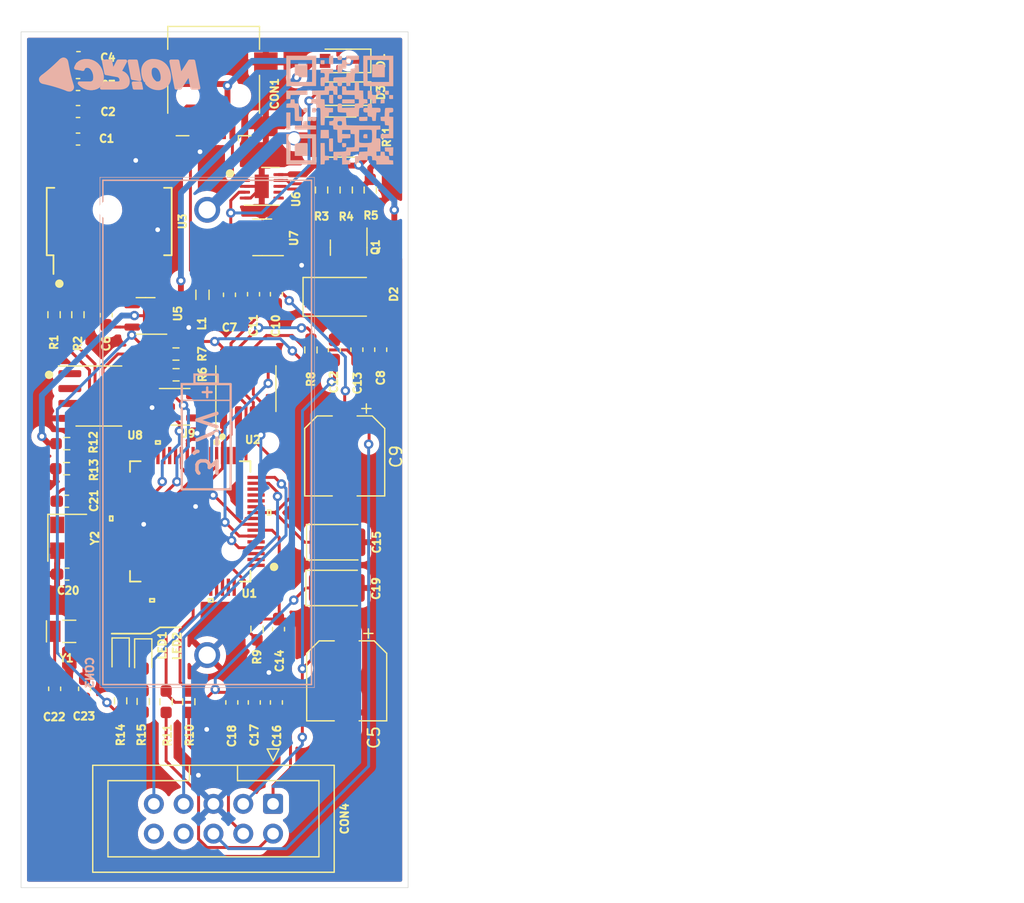
<source format=kicad_pcb>
(kicad_pcb (version 20211014) (generator pcbnew)
  (layers (0 "F.Cu" signal "cobre frontal") (31 "B.Cu" signal "Cobre traseira") (34 "B.Paste" user "Pasta traseira") (35 "F.Paste" user "Pasta frontal") (36 "B.SilkS" user "Serigrafia traseira") (37 "F.SilkS" user "Serigrafia frontal") (38 "B.Mask" user "Máscara traseira") (39 "F.Mask" user "Máscara frontal") (44 "Edge.Cuts" user "Cortes contorno"))
  (net 0 "")
  (net 1 "0")
  (net 2 "+3V3")
  (net 3 "RESET")
  (net 4 "+5VD")
  (net 5 "+3.3VP")
  (net 6 "Net-(C18-Pad1)")
  (net 7 "Net-(CON1-Pad2)")
  (net 8 "Net-(CON1-Pad3)")
  (net 9 "Net-(CON1-Pad5)")
  (net 10 "LED2")
  (net 11 "Net-(LED1-Pad2)")
  (net 12 "LED3")
  (net 13 "Net-(LED2-Pad2)")
  (net 14 "PIN-PWRMODE")
  (net 15 "PGED2")
  (net 16 "PGEC2")
  (net 17 "PIN-SCL")
  (net 18 "PIN-SDA")
  (net 19 "+2V5")
  (net 20 "Net-(CON3-Pad1)")
  (net 21 "RXA")
  (net 22 "TXA")
  (net 25 "Net-(C4-Pad1)")
  (net 26 "Net-(R2-Pad1)")
  (net 27 "Net-(C7-Pad1)")
  (net 28 "Net-(U1-Pad5)")
  (net 29 "Net-(U1-Pad6)")
  (net 30 "Net-(R1-Pad1)")
  (net 31 "Net-(U1-Pad8)")
  (net 46 "Net-(C13-Pad1)")
  (net 47 "Net-(C20-Pad1)")
  (net 48 "Net-(C21-Pad1)")
  (net 49 "VBAT")
  (net 51 "Net-(R3-Pad1)")
  (net 52 "Net-(R4-Pad2)")
  (net 53 "Net-(R8-Pad2)")
  (net 63 "RXB")
  (net 64 "TXB")
  (net 93 "+5V")
  (net 94 "Net-(C10-Pad1)")
  (net 95 "Net-(C22-Pad1)")
  (net 96 "Net-(C23-Pad1)")
  (net 97 "Net-(R10-Pad2)")
  (footprint "Diode_SMD:D_SMA" (layer "F.Cu") (at 203.77 39.37)
    (fp_text reference "D2")
    (fp_text value "S1D-13F")
  )
  (footprint "Capacitor_SMD:C_0603_1608Metric_Pad1.08x0.95mm_HandSolder" (layer "F.Cu") (at 196.15 39.15 -90)
    (fp_text reference "C11")
    (fp_text value "1uF")
  )
  (footprint "Capacitor_Tantalum_SMD:CP_EIA-3528-12_Kemet-T_Pad1.50x2.35mm_HandSolder" (layer "F.Cu") (at 203.3 60.3)
    (fp_text reference "C15")
    (fp_text value "10UfX6V-Tan")
  )
  (footprint "Capacitor_SMD:C_0603_1608Metric_Pad1.08x0.95mm_HandSolder" (layer "F.Cu") (at 203.04 43.9 90)
    (fp_text reference "C12")
    (fp_text value "100nF")
  )
  (footprint "Capacitor_SMD:C_0603_1608Metric_Pad1.08x0.95mm_HandSolder" (layer "F.Cu") (at 206.99 43.88 -90)
    (fp_text reference "C8")
    (fp_text value "100nF")
  )
  (footprint "Resistor_SMD:R_0603_1608Metric_Pad0.98x0.95mm_HandSolder" (layer "F.Cu") (at 188.7 73.9 90)
    (fp_text reference "R11")
    (fp_text value "1K")
  )
  (footprint "footprints:PIC24HJ64GP206-I_slash_PT" (layer "F.Cu") (at 190.754 58.5216 180)
    (fp_text reference "U1")
    (fp_text value "PIC24HJ64GP206-I_PT" hide)
  )
  (footprint "Package_SON:VSON-10-1EP_3x3mm_P0.5mm_EP1.2x2mm" (layer "F.Cu") (at 196.85 29.95)
    (fp_text reference "U6")
    (fp_text value "LM3658SD")
  )
  (footprint "Capacitor_SMD:C_0603_1608Metric_Pad1.08x0.95mm_HandSolder" (layer "F.Cu") (at 181.1925 25.92 180)
    (fp_text reference "C1")
    (fp_text value "100nF")
  )
  (footprint "Package_TO_SOT_SMD:SOT-23-5" (layer "F.Cu") (at 196.89 34.3 180)
    (fp_text reference "U7")
    (fp_text value "STLQ020C33R")
  )
  (footprint "Resistor_SMD:R_0603_1608Metric_Pad0.98x0.95mm_HandSolder" (layer "F.Cu") (at 180.2365 51.89 180)
    (fp_text reference "R12")
    (fp_text value "1K5")
  )
  (footprint "Resistor_SMD:R_0603_1608Metric_Pad0.98x0.95mm_HandSolder" (layer "F.Cu") (at 186.75 73.8746 90)
    (fp_text reference "R15")
    (fp_text value "470R")
  )
  (footprint "Resistor_SMD:R_0603_1608Metric_Pad0.98x0.95mm_HandSolder" (layer "F.Cu") (at 204.05 30.2625 90)
    (fp_text reference "R4")
    (fp_text value "10k")
  )
  (footprint "Resistor_SMD:R_0603_1608Metric_Pad0.98x0.95mm_HandSolder" (layer "F.Cu") (at 189.55 46.02 180)
    (fp_text reference "R6")
    (fp_text value "1K")
  )
  (footprint "Connector_USB:USB_Mini-B_Lumberg_2486_01_Horizontal" (layer "F.Cu") (at 192.75 22.225 180)
    (fp_text reference "CON1")
    (fp_text value "USB_B")
  )
  (footprint "Inductor_SMD:L_0805_2012Metric" (layer "F.Cu") (at 191.8 39.2 90)
    (fp_text reference "L1")
    (fp_text value "BLM21PG221SN1D")
  )
  (footprint "LED_SMD:LED_0603_1608Metric_Pad1.05x0.95mm_HandSolder" (layer "F.Cu") (at 186.75 70.2 -90)
    (fp_text reference "LED2")
    (fp_text value "GREEN")
  )
  (footprint "Resistor_SMD:R_0603_1608Metric_Pad0.98x0.95mm_HandSolder" (layer "F.Cu") (at 196.45 67.7125 90)
    (fp_text reference "R9")
    (fp_text value "22k")
  )
  (footprint "Capacitor_SMD:C_0603_1608Metric_Pad1.08x0.95mm_HandSolder" (layer "F.Cu") (at 183.594 40.9355 90)
    (fp_text reference "C6")
    (fp_text value "100nF")
  )
  (footprint "Crystal:Crystal_SMD_TXC_7M-4Pin_3.2x2.5mm" (layer "F.Cu") (at 180.2695 59.92 -90)
    (fp_text reference "Y2")
    (fp_text value "Crystal_20MHz")
  )
  (footprint "Resistor_SMD:R_0603_1608Metric_Pad0.98x0.95mm_HandSolder" (layer "F.Cu") (at 180.2165 54.0272)
    (fp_text reference "R13")
    (fp_text value "3K3")
  )
  (footprint "Capacitor_SMD:C_0603_1608Metric_Pad1.08x0.95mm_HandSolder" (layer "F.Cu") (at 194.3 73.9625 -90)
    (fp_text reference "C18")
    (fp_text value "100nF")
  )
  (footprint "Capacitor_SMD:CP_Elec_6.3x7.7" (layer "F.Cu") (at 203.92 52.94 -90)
    (fp_text reference "C9")
    (fp_text value "220uFx16V")
  )
  (footprint "Capacitor_SMD:C_0603_1608Metric_Pad1.08x0.95mm_HandSolder" (layer "F.Cu") (at 181.23 18.97)
    (fp_text reference "C4")
    (fp_text value "1uF")
  )
  (footprint "Capacitor_SMD:C_0603_1608Metric_Pad1.08x0.95mm_HandSolder" (layer "F.Cu") (at 204.96 43.88 90)
    (fp_text reference "C13")
    (fp_text value "47pF")
  )
  (footprint "Resistor_SMD:R_0603_1608Metric_Pad0.98x0.95mm_HandSolder" (layer "F.Cu") (at 201.95 30.2625 -90)
    (fp_text reference "R3")
    (fp_text value "10k")
  )
  (footprint "Resistor_SMD:R_0603_1608Metric_Pad0.98x0.95mm_HandSolder" (layer "F.Cu") (at 206.1 30.2625 -90)
    (fp_text reference "R5")
    (fp_text value "10k")
  )
  (footprint "Capacitor_SMD:C_0603_1608Metric_Pad1.08x0.95mm_HandSolder" (layer "F.Cu") (at 181.75 72.8 -90)
    (fp_text reference "C23")
    (fp_text value "12pF")
  )
  (footprint "Package_TO_SOT_SMD:SOT-23-5" (layer "F.Cu") (at 189.93 48.75)
    (fp_text reference "U9")
    (fp_text value "24AA02-OT")
  )
  (footprint "Resistor_SMD:R_0603_1608Metric_Pad0.98x0.95mm_HandSolder" (layer "F.Cu") (at 184.8246 73.825 90)
    (fp_text reference "R14")
    (fp_text value "470R")
  )
  (footprint "Resistor_SMD:R_0603_1608Metric_Pad0.98x0.95mm_HandSolder" (layer "F.Cu") (at 179.15 40.894 -90)
    (fp_text reference "R1")
    (fp_text value "470R")
  )
  (footprint "Diode_SMD:D_SOD-123" (layer "F.Cu") (at 203.9 19.25 180)
    (fp_text reference "D1")
    (fp_text value "DSS14U")
  )
  (footprint "Capacitor_SMD:C_0603_1608Metric_Pad1.08x0.95mm_HandSolder" (layer "F.Cu") (at 181.1925 21.27 180)
    (fp_text reference "C3")
    (fp_text value "4,7uF")
  )
  (footprint "Capacitor_SMD:C_0603_1608Metric_Pad1.08x0.95mm_HandSolder" (layer "F.Cu") (at 180.2395 56.8)
    (fp_text reference "C21")
    (fp_text value "20pF")
  )
  (footprint "Connector_IDC:IDC-Header_2x05_P2.54mm_Vertical" (layer "F.Cu") (at 197.8152 82.6103 -90)
    (fp_text reference "CON4")
    (fp_text value "Conector_gravação")
  )
  (footprint "Diode_SMD:D_SOD-123" (layer "F.Cu") (at 203.9 22.05 180)
    (fp_text reference "D3")
    (fp_text value "DSS14U")
  )
  (footprint "Resistor_SMD:R_0603_1608Metric_Pad0.98x0.95mm_HandSolder" (layer "F.Cu") (at 181.182 40.894 -90)
    (fp_text reference "R2")
    (fp_text value "470R")
  )
  (footprint "Package_SO:SOIC-8_3.9x4.9mm_P1.27mm" (layer "F.Cu") (at 195.5 47.2 90)
    (fp_text reference "U2")
    (fp_text value "FM25V10-GTR")
  )
  (footprint "Capacitor_SMD:C_0603_1608Metric_Pad1.08x0.95mm_HandSolder" (layer "F.Cu") (at 198.1 39.15 -90)
    (fp_text reference "C10")
    (fp_text value "100nF")
  )
  (footprint "Capacitor_SMD:C_0603_1608Metric_Pad1.08x0.95mm_HandSolder" (layer "F.Cu") (at 181.1925 23.57 180)
    (fp_text reference "C2")
    (fp_text value "10nF")
  )
  (footprint "Capacitor_SMD:C_0603_1608Metric_Pad1.08x0.95mm_HandSolder" (layer "F.Cu") (at 198.1 73.9625 -90)
    (fp_text reference "C16")
    (fp_text value "100nF")
  )
  (footprint "LED_SMD:LED_0603_1608Metric_Pad1.05x0.95mm_HandSolder" (layer "F.Cu") (at 184.8246 70.125 -90)
    (fp_text reference "LED1")
    (fp_text value "RED")
  )
  (footprint "Capacitor_SMD:C_0603_1608Metric_Pad1.08x0.95mm_HandSolder" (layer "F.Cu") (at 180.2695 63.02 180)
    (fp_text reference "C20")
    (fp_text value "20pF")
  )
  (footprint "Capacitor_SMD:C_0603_1608Metric_Pad1.08x0.95mm_HandSolder" (layer "F.Cu") (at 194.1 39.2 -90)
    (fp_text reference "C7")
    (fp_text value "1uF")
  )
  (footprint "Resistor_SMD:R_0603_1608Metric_Pad0.98x0.95mm_HandSolder" (layer "F.Cu") (at 201.04 43.9 90)
    (fp_text reference "R8")
    (fp_text value "22k")
  )
  (footprint "Package_TO_SOT_SMD:SOT-23-5" (layer "F.Cu") (at 186.95 41 180)
    (fp_text reference "U5")
    (fp_text value "STLQ020C33R")
  )
  (footprint "bt1:BAT_BH123A" (layer "F.Cu") (at 192.2 50.935 90)
    (fp_text reference "CON3")
    (fp_text value "CR123A" hide)
  )
  (footprint "Package_SO:SSOP-28_5.3x10.2mm_P0.65mm" (layer "F.Cu") (at 183.85 32.95 90)
    (fp_text reference "U3")
    (fp_text value "FT232RL")
  )
  (footprint "Capacitor_SMD:C_0603_1608Metric_Pad1.08x0.95mm_HandSolder" (layer "F.Cu") (at 179.2 72.8 -90)
    (fp_text reference "C22")
    (fp_text value "12pF")
  )
  (footprint "Capacitor_SMD:C_0603_1608Metric_Pad1.08x0.95mm_HandSolder" (layer "F.Cu") (at 196.216 73.9625 -90)
    (fp_text reference "C17")
    (fp_text value "100nF")
  )
  (footprint "Capacitor_SMD:CP_Elec_6.3x7.7" (layer "F.Cu") (at 204.09 72.12 -90)
    (fp_text reference "C5")
    (fp_text value "220uFx16V")
  )
  (footprint "Resistor_SMD:R_0603_1608Metric_Pad0.98x0.95mm_HandSolder" (layer "F.Cu") (at 190.63 73.9 90)
    (fp_text reference "R10")
    (fp_text value "22K")
  )
  (footprint "Capacitor_Tantalum_SMD:CP_EIA-3528-12_Kemet-T_Pad1.50x2.35mm_HandSolder" (layer "F.Cu") (at 203.25 64.2)
    (fp_text reference "C19")
    (fp_text value "10uFx6V-Tan")
  )
  (footprint "Package_SO:SOIC-8_3.9x4.9mm_P1.27mm" (layer "F.Cu") (at 182.97 47.83)
    (fp_text reference "U8")
    (fp_text value "ATSHA204A-SSHDA-B")
  )
  (footprint "Resistor_SMD:R_1812_4532Metric" (layer "F.Cu") (at 203.5 25.75)
    (fp_text reference "RT1")
    (fp_text value "300mA - 304N")
  )
  (footprint "Crystal:Crystal_SMD_MicroCrystal_CC7V-T1A-2Pin_3.2x1.5mm" (layer "F.Cu") (at 180.45 67.9)
    (fp_text reference "Y1")
    (fp_text value "Crystal_32KHz")
  )
  (footprint "Resistor_SMD:R_0603_1608Metric_Pad0.98x0.95mm_HandSolder" (layer "F.Cu") (at 189.54 44.25 180)
    (fp_text reference "R7")
    (fp_text value "1K")
  )
  (footprint "Capacitor_SMD:C_0603_1608Metric_Pad1.08x0.95mm_HandSolder" (layer "F.Cu") (at 198.28 67.7125 -90)
    (fp_text reference "C14")
    (fp_text value "1nF")
  )
  (footprint "LOGO" (layer "F.Cu") (at 203.40155 23.316492)
    (fp_text reference "G1" hide)
    (fp_text value "LOGO" hide)
  )
  (footprint "Package_TO_SOT_SMD:SOT-23" (layer "F.Cu") (at 204.26 35.18 -90)
    (fp_text reference "Q1")
    (fp_text value "IRLML5103")
  )
  (gr_poly (pts (xy 180.137527 21.153793) (xy 180.105171 21.005295) (xy 180.074139 20.85307) (xy 180.044365 20.696789) (xy 180.015786 20.536124) (xy 179.988334 20.370746) (xy 179.961947 20.200326) (xy 179.936558 20.024536) (xy 179.912102 19.843048) (xy 179.911544 19.839634) (xy 179.910846 19.836273) (xy 179.910008 19.832967) (xy 179.909036 19.829721) (xy 179.907933 19.826536) (xy 179.9067 19.823416) (xy 179.905343 19.820363) (xy 179.903863 19.817382) (xy 179.902265 19.814475) (xy 179.900551 19.811645) (xy 179.898724 19.808895) (xy 179.896789 19.806228) (xy 179.894747 19.803647) (xy 179.892603 19.801156) (xy 179.89036 19.798756) (xy 179.88802 19.796453) (xy 179.885588 19.794247) (xy 179.883065 19.792143) (xy 179.880456 19.790144) (xy 179.877764 19.788252) (xy 179.874992 19.786471) (xy 179.872142 19.784803) (xy 179.86922 19.783252) (xy 179.866226 19.781821) (xy 179.863166 19.780513) (xy 179.860042 19.77933) (xy 179.856857 19.778277) (xy 179.853615 19.777355) (xy 179.850318 19.776569) (xy 179.846971 19.77592) (xy 179.843575 19.775413) (xy 179.840135 19.77505) (xy 179.835823 19.774683) (xy 179.831518 19.774538) (xy 179.827228 19.774611) (xy 179.822961 19.7749) (xy 179.818723 19.775403) (xy 179.814525 19.776118) (xy 179.810372 19.777041) (xy 179.806273 19.778171) (xy 179.802236 19.779506) (xy 179.798269 19.781042) (xy 179.79438 19.782777) (xy 179.790576 19.78471) (xy 179.786865 19.786837) (xy 179.783255 19.789157) (xy 179.779755 19.791667) (xy 179.776371 19.794364) (xy 179.634075 19.913965) (xy 179.494565 20.029207) (xy 179.357596 20.140269) (xy 179.222928 20.247331) (xy 179.09032 20.350573) (xy 178.959528 20.450175) (xy 178.830311 20.546317) (xy 178.702427 20.639179) (xy 178.700191 20.6408) (xy 178.698026 20.642492) (xy 178.695933 20.644253) (xy 178.693914 20.646079) (xy 178.691968 20.647969) (xy 178.690097 20.649921) (xy 178.688301 20.651932) (xy 178.686583 20.654) (xy 178.684943 20.656122) (xy 178.683381 20.658296) (xy 178.6819 20.66052) (xy 178.680498 20.662791) (xy 178.679179 20.665108) (xy 178.677943 20.667467) (xy 178.67679 20.669867) (xy 178.675722 20.672305) (xy 178.674739 20.674778) (xy 178.673843 20.677285) (xy 178.673035 20.679823) (xy 178.672315 20.68239) (xy 178.671685 20.684983) (xy 178.671145 20.687601) (xy 178.670697 20.69024) (xy 178.670341 20.692898) (xy 178.670079 20.695574) (xy 178.669911 20.698264) (xy 178.669839 20.700967) (xy 178.669863 20.70368) (xy 178.669984 20.7064) (xy 178.670204 20.709126) (xy 178.670522 20.711855) (xy 178.670942 20.714585) (xy 178.672198 20.72001) (xy 178.673816 20.725287) (xy 178.675781 20.730402) (xy 178.678081 20.735342) (xy 178.680703 20.740091) (xy 178.683633 20.744636) (xy 178.686859 20.748962) (xy 178.690368 20.753055) (xy 178.694145 20.756901) (xy 178.698179 20.760486) (xy 178.702456 20.763794) (xy 178.706964 20.766813) (xy 178.711688 20.769528) (xy 178.716617 20.771924) (xy 178.721736 20.773987) (xy 178.727033 20.775704) (xy 178.891644 20.826582) (xy 179.055565 20.879568) (xy 179.218776 20.934656) (xy 179.381257 20.991838) (xy 179.542989 21.051107) (xy 179.703951 21.112457) (xy 179.864123 21.175879) (xy 180.023487 21.241368) (xy 180.026359 21.242501) (xy 180.029267 21.243529) (xy 180.032208 21.244452) (xy 180.035179 21.245268) (xy 180.038176 21.245977) (xy 180.041198 21.246579) (xy 180.044242 21.247072) (xy 180.047304 21.247456) (xy 180.052144 21.247843) (xy 180.05697 21.24795) (xy 180.06177 21.247782) (xy 180.066534 21.247343) (xy 180.07125 21.246635) (xy 180.075909 21.245664) (xy 180.080498 21.244434) (xy 180.085008 21.242947) (xy 180.089426 21.241209) (xy 180.093743 21.239223) (xy 180.097947 21.236992) (xy 180.102026 21.234522) (xy 180.105972 21.231816) (xy 180.109771 21.228878) (xy 180.113414 21.225711) (xy 180.11689 21.22232) (xy 180.120162 21.218885) (xy 180.123188 21.215275) (xy 180.125964 21.211504) (xy 180.128487 21.207585) (xy 180.130752 21.203531) (xy 180.132755 21.199356) (xy 180.134493 21.195072) (xy 180.135961 21.190693) (xy 180.137155 21.186231) (xy 180.138072 21.1817) (xy 180.138708 21.177113) (xy 180.139058 21.172483) (xy 180.139119 21.167823) (xy 180.138887 21.163146) (xy 180.138358 21.158465) (xy 180.137527 21.153793)) (layer "B.SilkS") (width 0.264583) (fill solid))
  (gr_poly (pts (xy 183.16145 21.138448) (xy 183.135534 21.189539) (xy 183.106563 21.23752) (xy 183.074694 21.282429) (xy 183.04009 21.324304) (xy 183.002909 21.363185) (xy 182.963312 21.399112) (xy 182.921459 21.432123) (xy 182.87751 21.462256) (xy 182.831626 21.489552) (xy 182.783967 21.514049) (xy 182.734692 21.535787) (xy 182.683963 21.554804) (xy 182.631938 21.571139) (xy 182.578779 21.584831) (xy 182.524645 21.59592) (xy 182.469697 21.604445) (xy 182.414094 21.610444) (xy 182.357998 21.613957) (xy 182.301567 21.615022) (xy 182.244963 21.61368) (xy 182.188345 21.609968) (xy 182.131874 21.603925) (xy 182.07571 21.595592) (xy 182.020012 21.585006) (xy 181.964942 21.572208) (xy 181.910659 21.557235) (xy 181.857323 21.540128) (xy 181.805095 21.520925) (xy 181.754135 21.499664) (xy 181.704603 21.476386) (xy 181.656658 21.45113) (xy 181.610462 21.423933) (xy 181.588941 21.410144) (xy 181.567723 21.395927) (xy 181.546814 21.381286) (xy 181.526222 21.366227) (xy 181.505951 21.350755) (xy 181.486007 21.334876) (xy 181.466398 21.318594) (xy 181.447128 21.301917) (xy 181.428204 21.284847) (xy 181.409632 21.267392) (xy 181.391418 21.249556) (xy 181.373568 21.231345) (xy 181.356087 21.212763) (xy 181.338983 21.193817) (xy 181.322261 21.174511) (xy 181.305927 21.154852) (xy 181.3055 21.154215) (xy 181.305122 21.153556) (xy 181.304794 21.152876) (xy 181.304516 21.15218) (xy 181.304287 21.15147) (xy 181.304108 21.150747) (xy 181.303979 21.150016) (xy 181.303901 21.149278) (xy 181.303873 21.148537) (xy 181.303895 21.147795) (xy 181.303969 21.147054) (xy 181.304094 21.146318) (xy 181.30427 21.145589) (xy 181.304498 21.14487) (xy 181.304777 21.144163) (xy 181.305108 21.143472) (xy 181.305292 21.143135) (xy 181.305487 21.142805) (xy 181.305693 21.142485) (xy 181.305908 21.142173) (xy 181.306134 21.14187) (xy 181.306369 21.141576) (xy 181.306614 21.141291) (xy 181.306868 21.141016) (xy 181.30713 21.14075) (xy 181.307401 21.140493) (xy 181.30768 21.140247) (xy 181.307967 21.14001) (xy 181.308262 21.139784) (xy 181.308564 21.139568) (xy 181.308873 21.139363) (xy 181.309189 21.139168) (xy 181.309511 21.138985) (xy 181.30984 21.138812) (xy 181.310174 21.138651) (xy 181.310514 21.138501) (xy 181.310859 21.138362) (xy 181.311209 21.138236) (xy 181.311564 21.138121) (xy 181.311923 21.138018) (xy 181.312287 21.137928) (xy 181.312654 21.13785) (xy 181.313025 21.137785) (xy 181.313399 21.137732) (xy 181.313776 21.137693) (xy 181.314156 21.137667) (xy 181.314538 21.137653) (xy 181.314923 21.137654) (xy 182.209214 21.137654) (xy 182.221509 21.138185) (xy 182.2338 21.138422) (xy 182.246082 21.138365) (xy 182.258351 21.138014) (xy 182.270602 21.137371) (xy 182.282828 21.136436) (xy 182.295025 21.135211) (xy 182.307188 21.133694) (xy 182.319311 21.131888) (xy 182.331389 21.129793) (xy 182.343417 21.12741) (xy 182.35539 21.12474) (xy 182.367302 21.121782) (xy 182.379149 21.118538) (xy 182.390925 21.115009) (xy 182.402625 21.111196) (xy 182.421826 21.101965) (xy 182.44031 21.091655) (xy 182.458041 21.08031) (xy 182.474983 21.067975) (xy 182.491103 21.054693) (xy 182.506363 21.040509) (xy 182.520729 21.025468) (xy 182.534166 21.009612) (xy 182.546639 20.992987) (xy 182.558111 20.975637) (xy 182.568549 20.957606) (xy 182.577916 20.938938) (xy 182.586177 20.919677) (xy 182.593297 20.899868) (xy 182.599241 20.879556) (xy 182.603973 20.858783) (xy 182.609619 20.829302) (xy 182.614435 20.799715) (xy 182.618423 20.77004) (xy 182.621582 20.740295) (xy 182.623913 20.710495) (xy 182.625416 20.68066) (xy 182.626091 20.650806) (xy 182.625939 20.62095) (xy 182.624959 20.59111) (xy 182.623154 20.561303) (xy 182.620521 20.531546) (xy 182.617063 20.501857) (xy 182.612779 20.472252) (xy 182.60767 20.44275) (xy 182.601736 20.413367) (xy 182.594977 20.384121) (xy 182.588635 20.353701) (xy 182.581456 20.323513) (xy 182.573446 20.293571) (xy 182.564613 20.263894) (xy 182.554965 20.234496) (xy 182.544508 20.205395) (xy 182.533249 20.176607) (xy 182.521197 20.148148) (xy 182.508358 20.120036) (xy 182.49474 20.092286) (xy 182.480349 20.064916) (xy 182.465194 20.037941) (xy 182.449281 20.011379) (xy 182.432617 19.985245) (xy 182.415211 19.959556) (xy 182.397069 19.934329) (xy 182.375732 19.905732) (xy 182.352748 19.878803) (xy 182.328214 19.853587) (xy 182.302231 19.830134) (xy 182.274897 19.80849) (xy 182.246311 19.788703) (xy 182.216573 19.770819) (xy 182.185781 19.754886) (xy 182.154035 19.740952) (xy 182.121433 19.729064) (xy 182.088075 19.719269) (xy 182.05406 19.711615) (xy 182.019487 19.706148) (xy 181.984455 19.702916) (xy 181.949063 19.701967) (xy 181.913411 19.703347) (xy 181.900079 19.705119) (xy 181.886907 19.707396) (xy 181.861084 19.713426) (xy 181.836029 19.721362) (xy 181.811827 19.731127) (xy 181.788564 19.742647) (xy 181.766326 19.755845) (xy 181.745199 19.770645) (xy 181.725268 19.786972) (xy 181.70662 19.804749) (xy 181.689339 19.823901) (xy 181.673513 19.844352) (xy 181.659226 19.866025) (xy 181.646565 19.888846) (xy 181.635615 19.912738) (xy 181.626463 19.937626) (xy 181.622587 19.950419) (xy 181.619193 19.963433) (xy 181.619038 19.963932) (xy 181.61886 19.964418) (xy 181.618661 19.964891) (xy 181.618442 19.965351) (xy 181.618203 19.965797) (xy 181.617945 19.966229) (xy 181.617668 19.966647) (xy 181.617374 19.967049) (xy 181.617062 19.967436) (xy 181.616735 19.967807) (xy 181.616391 19.968162) (xy 181.616032 19.9685) (xy 181.61566 19.968821) (xy 181.615273 19.969125) (xy 181.614873 19.96941) (xy 181.614462 19.969677) (xy 181.614038 19.969926) (xy 181.613604 19.970155) (xy 181.613159 19.970364) (xy 181.612705 19.970553) (xy 181.612242 19.970722) (xy 181.611771 19.97087) (xy 181.611292 19.970997) (xy 181.610807 19.971101) (xy 181.610315 19.971184) (xy 181.609818 19.971244) (xy 181.609316 19.971281) (xy 181.60881 19.971295) (xy 181.6083 19.971284) (xy 181.607788 19.97125) (xy 181.607274 19.97119) (xy 181.606758 19.971106) (xy 181.003508 19.86051) (xy 181.002951 19.860418) (xy 181.002402 19.860296) (xy 181.001864 19.860145) (xy 181.001336 19.859966) (xy 181.00082 19.85976) (xy 181.000316 19.859526) (xy 180.999827 19.859266) (xy 180.999353 19.85898) (xy 180.998895 19.85867) (xy 180.998454 19.858335) (xy 180.99803 19.857976) (xy 180.997626 19.857594) (xy 180.997242 19.85719) (xy 180.996879 19.856764) (xy 180.996539 19.856317) (xy 180.996221 19.85585) (xy 180.99593 19.855366) (xy 180.995667 19.854869) (xy 180.995432 19.854361) (xy 180.995226 19.853843) (xy 180.995048 19.853317) (xy 180.9949 19.852782) (xy 180.994781 19.852241) (xy 180.99469 19.851695) (xy 180.99463 19.851145) (xy 180.994598 19.850591) (xy 180.994597 19.850037) (xy 180.994625 19.849481) (xy 180.994684 19.848927) (xy 180.994773 19.848375) (xy 180.994892 19.847826) (xy 180.995042 19.847281) (xy 180.999883 19.833229) (xy 181.005294 19.818751) (xy 181.011003 19.804293) (xy 181.016737 19.790296) (xy 181.027188 19.765463) (xy 181.034464 19.747797) (xy 181.040687 19.733182) (xy 181.047147 19.718673) (xy 181.053844 19.704273) (xy 181.060775 19.689987) (xy 181.06794 19.675816) (xy 181.075337 19.661764) (xy 181.082964 19.647833) (xy 181.090821 19.634027) (xy 181.104787 19.610572) (xy 181.119542 19.587677) (xy 181.135069 19.56536) (xy 181.151348 19.543639) (xy 181.168362 19.522531) (xy 181.186092 19.502053) (xy 181.204521 19.482223) (xy 181.22363 19.46306) (xy 181.2434 19.44458) (xy 181.263814 19.426801) (xy 181.284854 19.409741) (xy 181.3065 19.393418) (xy 181.328736 19.377849) (xy 181.351543 19.363051) (xy 181.374902 19.349042) (xy 181.398795 19.335841) (xy 181.431531 19.320413) (xy 181.464696 19.306107) (xy 181.498261 19.292929) (xy 181.532197 19.280885) (xy 181.566476 19.26998) (xy 181.601069 19.26022) (xy 181.635946 19.251611) (xy 181.671078 19.244158) (xy 181.706437 19.237866) (xy 181.741994 19.232742) (xy 181.777719 19.228791) (xy 181.813584 19.22602) (xy 181.849559 19.224432) (xy 181.885616 19.224035) (xy 181.921726 19.224833) (xy 181.95786 19.226833) (xy 181.95786 19.225246) (xy 182.013433 19.227639) (xy 182.068669 19.232403) (xy 182.1235 19.239511) (xy 182.177854 19.248935) (xy 182.231661 19.260649) (xy 182.28485 19.274626) (xy 182.337351 19.29084) (xy 182.389092 19.309262) (xy 182.440004 19.329867) (xy 182.490016 19.352628) (xy 182.539056 19.377517) (xy 182.587055 19.404509) (xy 182.633941 19.433575) (xy 182.679645 19.46469) (xy 182.724095 19.497826) (xy 182.767221 19.532956) (xy 182.806474 19.57001) (xy 182.844206 19.608421) (xy 182.880388 19.648141) (xy 182.914992 19.68912) (xy 182.947989 19.731311) (xy 182.97935 19.774664) (xy 183.009046 19.81913) (xy 183.037049 19.86466) (xy 183.063329 19.911206) (xy 183.087858 19.958719) (xy 183.110606 20.007149) (xy 183.131546 20.056448) (xy 183.150648 20.106566) (xy 183.167883 20.157456) (xy 183.183224 20.209069) (xy 183.19664 20.261354) (xy 183.211775 20.315594) (xy 183.224585 20.370251) (xy 183.235073 20.425251) (xy 183.243243 20.480522) (xy 183.249096 20.53599) (xy 183.252636 20.591585) (xy 183.253865 20.647232) (xy 183.252787 20.70286) (xy 183.249405 20.758395) (xy 183.243721 20.813764) (xy 183.235739 20.868897) (xy 183.225461 20.923718) (xy 183.21289 20.978157) (xy 183.198029 21.03214) (xy 183.180881 21.085594) (xy 183.16145 21.138448)) (layer "B.SilkS") (width 0.264583) (fill solid))
  (gr_poly (pts (xy 185.445333 21.191364) (xy 185.431998 21.2289) (xy 185.416327 21.263879) (xy 185.398429 21.296391) (xy 185.378414 21.326525) (xy 185.356392 21.354371) (xy 185.332472 21.380018) (xy 185.306763 21.403556) (xy 185.279377 21.425074) (xy 185.250422 21.444662) (xy 185.220008 21.46241) (xy 185.188245 21.478406) (xy 185.155243 21.492741) (xy 185.121112 21.505504) (xy 185.08596 21.516785) (xy 185.049899 21.526672) (xy 185.013037 21.535256) (xy 184.93735 21.548873) (xy 184.859779 21.55835) (xy 184.781201 21.564403) (xy 184.702494 21.567751) (xy 184.548205 21.569189) (xy 184.403933 21.568395) (xy 183.204577 21.568395) (xy 183.203776 21.568404) (xy 183.202986 21.568351) (xy 183.202209 21.568238) (xy 183.201448 21.568068) (xy 183.200705 21.567843) (xy 183.199985 21.567563) (xy 183.199289 21.567231) (xy 183.198621 21.566849) (xy 183.197983 21.566418) (xy 183.197378 21.56594) (xy 183.196809 21.565417) (xy 183.196279 21.564851) (xy 183.195791 21.564243) (xy 183.195347 21.563596) (xy 183.19495 21.56291) (xy 183.194604 21.562188) (xy 183.194315 21.561441) (xy 183.194086 21.560683) (xy 183.193917 21.559916) (xy 183.193809 21.559144) (xy 183.193759 21.55837) (xy 183.193767 21.557597) (xy 183.193832 21.556829) (xy 183.193955 21.556069) (xy 183.194134 21.55532) (xy 183.194368 21.554586) (xy 183.194657 21.553869) (xy 183.195001 21.553174) (xy 183.195398 21.552503) (xy 183.195848 21.551859) (xy 183.19635 21.551247) (xy 183.196904 21.550668) (xy 183.213781 21.534057) (xy 183.23025 21.517073) (xy 183.246306 21.499724) (xy 183.261944 21.482018) (xy 183.277157 21.463963) (xy 183.291941 21.445566) (xy 183.30629 21.426836) (xy 183.320197 21.407781) (xy 183.333659 21.388407) (xy 183.346668 21.368723) (xy 183.35922 21.348737) (xy 183.371308 21.328456) (xy 183.382928 21.307889) (xy 183.394074 21.287043) (xy 183.40474 21.265926) (xy 183.41492 21.244545) (xy 183.461222 21.144268) (xy 183.461401 21.143908) (xy 183.461592 21.143557) (xy 183.461794 21.143214) (xy 183.462007 21.14288) (xy 183.462231 21.142556) (xy 183.462466 21.14224) (xy 183.462711 21.141934) (xy 183.462966 21.141637) (xy 183.463231 21.141351) (xy 183.463505 21.141074) (xy 183.463788 21.140808) (xy 183.46408 21.140551) (xy 183.46438 21.140306) (xy 183.464689 21.140071) (xy 183.465005 21.139848) (xy 183.465329 21.139635) (xy 183.46566 21.139434) (xy 183.465998 21.139245) (xy 183.466342 21.139067) (xy 183.466693 21.138901) (xy 183.467049 21.138748) (xy 183.467412 21.138607) (xy 183.467779 21.138478) (xy 183.468152 21.138362) (xy 183.468529 21.138259) (xy 183.468911 21.13817) (xy 183.469297 21.138093) (xy 183.469687 21.13803) (xy 183.47008 21.137981) (xy 183.470476 21.137946) (xy 183.470875 21.137925) (xy 183.471277 21.137918) (xy 184.494685 21.137918) (xy 184.50903 21.138515) (xy 184.523373 21.138791) (xy 184.537707 21.138747) (xy 184.552028 21.138384) (xy 184.56633 21.137701) (xy 184.580609 21.136701) (xy 184.594858 21.135383) (xy 184.609072 21.133748) (xy 184.623246 21.131797) (xy 184.637375 21.12953) (xy 184.651454 21.126949) (xy 184.665477 21.124053) (xy 184.679438 21.120844) (xy 184.693334 21.117323) (xy 184.707157 21.113489) (xy 184.720903 21.109343) (xy 184.729396 21.105986) (xy 184.737671 21.102291) (xy 184.745724 21.098269) (xy 184.753547 21.093931) (xy 184.761134 21.089286) (xy 184.76848 21.084344) (xy 184.775579 21.079117) (xy 184.782424 21.073614) (xy 184.789009 21.067845) (xy 184.795328 21.06182) (xy 184.801375 21.05555) (xy 184.807145 21.049045) (xy 184.81263 21.042315) (xy 184.817825 21.03537) (xy 184.822724 21.028221) (xy 184.827321 21.020877) (xy 184.831609 21.013348) (xy 184.835583 21.005646) (xy 184.839236 20.99778) (xy 184.842562 20.98976) (xy 184.845556 20.981596) (xy 184.84821 20.9733) (xy 184.85052 20.96488) (xy 184.852479 20.956347) (xy 184.854081 20.947711) (xy 184.855319 20.938983) (xy 184.856189 20.930173) (xy 184.856682 20.92129) (xy 184.856795 20.912345) (xy 184.85652 20.903349) (xy 184.855851 20.894311) (xy 184.854783 20.885241) (xy 184.85393 20.861901) (xy 184.851737 20.838789) (xy 184.848229 20.815956) (xy 184.843434 20.793455) (xy 184.837375 20.771334) (xy 184.830079 20.749647) (xy 184.821571 20.728442) (xy 184.811877 20.707771) (xy 184.801023 20.687686) (xy 184.789035 20.668236) (xy 184.775937 20.649473) (xy 184.761756 20.631448) (xy 184.746517 20.614211) (xy 184.730246 20.597814) (xy 184.712968 20.582307) (xy 184.69471 20.567741) (xy 184.683767 20.561118) (xy 184.672666 20.554794) (xy 184.661414 20.548772) (xy 184.650016 20.543053) (xy 184.63848 20.53764) (xy 184.626811 20.532536) (xy 184.615016 20.527743) (xy 184.603101 20.523262) (xy 184.591072 20.519096) (xy 184.578936 20.515248) (xy 184.566698 20.511719) (xy 184.554366 20.508512) (xy 184.541944 20.50563) (xy 184.52944 20.503074) (xy 184.51686 20.500846) (xy 184.50421 20.49895) (xy 184.334083 20.467729) (xy 183.573406 20.328558) (xy 183.573006 20.328498) (xy 183.572612 20.328423) (xy 183.57184 20.32823) (xy 183.571091 20.32798) (xy 183.570369 20.327675) (xy 183.569675 20.327319) (xy 183.569013 20.326913) (xy 183.568385 20.326459) (xy 183.567794 20.32596) (xy 183.567241 20.325419) (xy 183.56673 20.324836) (xy 183.566262 20.324216) (xy 183.565842 20.32356) (xy 183.56547 20.322869) (xy 183.56515 20.322148) (xy 183.564884 20.321397) (xy 183.564772 20.321012) (xy 183.564674 20.32062) (xy 183.362797 19.278956) (xy 183.362725 19.278371) (xy 183.362685 19.277786) (xy 183.362678 19.277203) (xy 183.362702 19.276622) (xy 183.362759 19.276046) (xy 183.362846 19.275474) (xy 183.362965 19.274909) (xy 183.363114 19.274351) (xy 183.363293 19.273803) (xy 183.363502 19.273264) (xy 183.36374 19.272737) (xy 183.364007 19.272223) (xy 183.364303 19.271723) (xy 183.364628 19.271238) (xy 183.36498 19.27077) (xy 183.365359 19.270319) (xy 183.365764 19.269891) (xy 183.366189 19.269487) (xy 183.366633 19.269109) (xy 183.367096 19.268758) (xy 183.367576 19.268434) (xy 183.368072 19.268137) (xy 183.368583 19.267867) (xy 183.369108 19.267627) (xy 183.369644 19.267415) (xy 183.370192 19.267232) (xy 183.37075 19.26708) (xy 183.371317 19.266958) (xy 183.371891 19.266867) (xy 183.372471 19.266807) (xy 183.373056 19.26678) (xy 183.373645 19.266785) (xy 183.966576 19.266785) (xy 183.967063 19.266774) (xy 183.967545 19.266785) (xy 183.968022 19.266818) (xy 183.968495 19.266872) (xy 183.968962 19.266947) (xy 183.969422 19.267041) (xy 183.969876 19.267156) (xy 183.970322 19.267291) (xy 183.970761 19.267444) (xy 183.971191 19.267616) (xy 183.971612 19.267806) (xy 183.972023 19.268014) (xy 183.972425 19.268239) (xy 183.972816 19.268481) (xy 183.973196 19.26874) (xy 183.973564 19.269015) (xy 183.97392 19.269305) (xy 183.974263 19.269611) (xy 183.974593 19.269931) (xy 183.974909 19.270266) (xy 183.975211 19.270615) (xy 183.975497 19.270977) (xy 183.975769 19.271352) (xy 183.976024 19.27174) (xy 183.976262 19.272141) (xy 183.976484 19.272553) (xy 183.976688 19.272977) (xy 183.976874 19.273411) (xy 183.977041 19.273857) (xy 183.977189 19.274312) (xy 183.977317 19.274777) (xy 183.977424 19.275251) (xy 184.049358 19.669911) (xy 184.131412 20.131443) (xy 184.131506 20.131869) (xy 184.131615 20.132289) (xy 184.13174 20.132702) (xy 184.131881 20.133107) (xy 184.132036 20.133505) (xy 184.132206 20.133896) (xy 184.132587 20.134652) (xy 184.133023 20.135372) (xy 184.13351 20.136055) (xy 184.134046 20.136698) (xy 184.134628 20.137298) (xy 184.135253 20.137853) (xy 184.135919 20.13836) (xy 184.136623 20.138816) (xy 184.137363 20.13922) (xy 184.138135 20.139567) (xy 184.138532 20.13972) (xy 184.138937 20.139857) (xy 184.139348 20.139979) (xy 184.139766 20.140086) (xy 184.14019 20.140177) (xy 184.14062 20.140251) (xy 184.141484 20.14035) (xy 184.142344 20.140381) (xy 184.143196 20.140346) (xy 184.144037 20.140246) (xy 184.144863 20.140084) (xy 184.145672 20.13986) (xy 184.146459 20.139577) (xy 184.147222 20.139236) (xy 184.147957 20.138839) (xy 184.148662 20.138386) (xy 184.149332 20.137881) (xy 184.149964 20.137325) (xy 184.150555 20.136719) (xy 184.151102 20.136065) (xy 184.151601 20.135364) (xy 184.152049 20.134618) (xy 184.604487 19.272341) (xy 184.604673 19.27201) (xy 184.604869 19.271687) (xy 184.605077 19.271373) (xy 184.605294 19.271068) (xy 184.605521 19.270772) (xy 184.605757 19.270485) (xy 184.606003 19.270207) (xy 184.606258 19.269938) (xy 184.606521 19.26968) (xy 184.606793 19.269431) (xy 184.607073 19.269192) (xy 184.60736 19.268963) (xy 184.607655 19.268745) (xy 184.607957 19.268537) (xy 184.608266 19.26834) (xy 184.608581 19.268154) (xy 184.608903 19.267978) (xy 184.609231 19.267814) (xy 184.609564 19.267661) (xy 184.609903 19.26752) (xy 184.610246 19.267391) (xy 184.610595 19.267273) (xy 184.610948 19.267167) (xy 184.611305 19.267074) (xy 184.611666 19.266993) (xy 184.612031 19.266924) (xy 184.612398 19.266868) (xy 184.612769 19.266825) (xy 184.613143 19.266795) (xy 184.613519 19.266778) (xy 184.613897 19.266775) (xy 184.614276 19.266785) (xy 185.236048 19.266785) (xy 185.236752 19.266746) (xy 185.237451 19.266755) (xy 185.238143 19.26681) (xy 185.238826 19.266912) (xy 185.239498 19.267058) (xy 185.240157 19.267248) (xy 185.2408 19.267481) (xy 185.241426 19.267756) (xy 185.242033 19.268072) (xy 185.242618 19.268427) (xy 185.243179 19.268821) (xy 185.243714 19.269253) (xy 185.244222 19.269722) (xy 185.244699 19.270226) (xy 185.245144 19.270766) (xy 185.245555 19.271339) (xy 185.245926 19.271938) (xy 185.246252 19.272556) (xy 185.246535 19.273191) (xy 185.246772 19.27384) (xy 185.246965 19.2745) (xy 185.247113 19.275169) (xy 185.247216 19.275846) (xy 185.247274 19.276527) (xy 185.247287 19.277211) (xy 185.247254 19.277894) (xy 185.247176 19.278576) (xy 185.247053 19.279252) (xy 185.246884 19.279922) (xy 185.246669 19.280582) (xy 185.246408 19.281231) (xy 185.246101 19.281866) (xy 184.767735 20.175894) (xy 184.767449 20.176466) (xy 184.767201 20.177051) (xy 184.766992 20.177647) (xy 184.766822 20.178252) (xy 184.76669 20.178864) (xy 184.766596 20.179482) (xy 184.766542 20.180103) (xy 184.766525 20.180726) (xy 184.766548 20.181348) (xy 184.766609 20.181969) (xy 184.766708 20.182585) (xy 184.766846 20.183196) (xy 184.767023 20.1838) (xy 184.767238 20.184394) (xy 184.767491 20.184976) (xy 184.767783 20.185546) (xy 184.767943 20.185824) (xy 184.768111 20.186096) (xy 184.768286 20.186361) (xy 184.76847 20.18662) (xy 184.768661 20.186872) (xy 184.768859 20.187117) (xy 184.769277 20.187587) (xy 184.769721 20.188028) (xy 184.770191 20.18844) (xy 184.770684 20.188821) (xy 184.7712 20.189171) (xy 184.771736 20.189487) (xy 184.772292 20.189771) (xy 184.772865 20.190019) (xy 184.773454 20.190233) (xy 184.774057 20.190409) (xy 184.774364 20.190484) (xy 184.774673 20.190548) (xy 184.774986 20.190604) (xy 184.775301 20.190649) (xy 184.775618 20.190685) (xy 184.775938 20.19071) (xy 184.818208 20.198044) (xy 184.859826 20.207547) (xy 184.900718 20.219175) (xy 184.940812 20.23288) (xy 184.980034 20.248616) (xy 185.01831 20.266338) (xy 185.055567 20.285997) (xy 185.091731 20.307549) (xy 185.12673 20.330946) (xy 185.16049 20.356143) (xy 185.192936 20.383093) (xy 185.223997 20.411749) (xy 185.253599 20.442066) (xy 185.281668 20.473996) (xy 185.30813 20.507494) (xy 185.332913 20.542514) (xy 185.355813 20.578793) (xy 185.376666 20.616043) (xy 185.395456 20.654178) (xy 185.412169 20.693114) (xy 185.426791 20.732765) (xy 185.439306 20.773045) (xy 185.4497 20.813869) (xy 185.457957 20.85515) (xy 185.464063 20.896804) (xy 185.468003 20.938745) (xy 185.469763 20.980888) (xy 185.469327 21.023146) (xy 185.466681 21.065435) (xy 185.46181 21.107669) (xy 185.454699 21.149762) (xy 185.445333 21.191629) (xy 185.445333 21.191364)) (layer "B.SilkS") (width 0.264583) (fill solid))
  (gr_poly (pts (xy 185.548256 19.268637) (xy 186.158914 19.268637) (xy 186.461068 20.843702) (xy 186.461143 20.844359) (xy 186.461178 20.845015) (xy 186.461172 20.845669) (xy 186.461128 20.846318) (xy 186.461045 20.846962) (xy 186.460924 20.847597) (xy 186.460766 20.848224) (xy 186.460571 20.848839) (xy 186.46034 20.849441) (xy 186.460073 20.85003) (xy 186.459772 20.850602) (xy 186.459435 20.851157) (xy 186.459065 20.851692) (xy 186.458662 20.852206) (xy 186.458225 20.852698) (xy 186.457757 20.853165) (xy 186.457261 20.853603) (xy 186.456743 20.854007) (xy 186.456204 20.854378) (xy 186.455647 20.854713) (xy 186.455072 20.855014) (xy 186.454482 20.855279) (xy 186.453878 20.855508) (xy 186.453262 20.855701) (xy 186.452636 20.855857) (xy 186.452001 20.855975) (xy 186.451359 20.856055) (xy 186.450712 20.856098) (xy 186.450061 20.856101) (xy 186.449408 20.856065) (xy 186.448755 20.855989) (xy 186.448104 20.855873) (xy 185.830831 20.74316) (xy 185.548256 19.268637)) (layer "B.SilkS") (width 0.264583) (fill solid))
  (gr_rect (start 193.1 46.762) (end 191.1188 46) (layer "B.SilkS") (width 0.2) (fill none))
  (gr_poly (pts (xy 180.711937 21.556225) (xy 180.706291 21.573429) (xy 180.699505 21.590041) (xy 180.691626 21.606016) (xy 180.682703 21.621311) (xy 180.672784 21.635883) (xy 180.661916 21.64969) (xy 180.650148 21.662687) (xy 180.637528 21.674833) (xy 180.624104 21.686083) (xy 180.609923 21.696395) (xy 180.595034 21.705725) (xy 180.579485 21.71403) (xy 180.563324 21.721268) (xy 180.546599 21.727394) (xy 180.529357 21.732366) (xy 180.511648 21.736141) (xy 180.489434 21.737026) (xy 180.467253 21.737108) (xy 180.445127 21.736393) (xy 180.423076 21.734886) (xy 180.401122 21.732592) (xy 180.379284 21.729514) (xy 180.357584 21.725659) (xy 180.336043 21.721031) (xy 180.314681 21.715635) (xy 180.293519 21.709476) (xy 180.272579 21.702558) (xy 180.25188 21.694887) (xy 180.231445 21.686468) (xy 180.211293 21.677304) (xy 180.191445 21.667402) (xy 180.171923 21.656766) (xy 179.959661 21.57845) (xy 179.746208 21.503837) (xy 179.531565 21.432929) (xy 179.315731 21.365725) (xy 179.098839 21.302307) (xy 178.881021 21.24276) (xy 178.662276 21.187081) (xy 178.442606 21.135273) (xy 178.344247 21.113544) (xy 178.245492 21.09241) (xy 178.235027 21.090474) (xy 178.224633 21.088259) (xy 178.214313 21.085767) (xy 178.204073 21.083) (xy 178.193918 21.079961) (xy 178.183854 21.076652) (xy 178.173887 21.073075) (xy 178.164021 21.069232) (xy 178.154262 21.065125) (xy 178.144614 21.060757) (xy 178.135085 21.056129) (xy 178.125678 21.051244) (xy 178.1164 21.046104) (xy 178.107255 21.040711) (xy 178.098249 21.035067) (xy 178.089387 21.029175) (xy 178.080791 21.022055) (xy 178.07258 21.014623) (xy 178.064756 21.006895) (xy 178.057323 20.998883) (xy 178.050284 20.990603) (xy 178.043643 20.982069) (xy 178.037402 20.973295) (xy 178.031565 20.964296) (xy 178.026135 20.955087) (xy 178.021115 20.945681) (xy 178.016508 20.936093) (xy 178.012317 20.926337) (xy 178.008547 20.916429) (xy 178.005199 20.906382) (xy 178.002277 20.896211) (xy 177.999784 20.88593) (xy 177.997723 20.875554) (xy 177.996098 20.865097) (xy 177.994912 20.854574) (xy 177.994168 20.843998) (xy 177.993868 20.833385) (xy 177.994017 20.822749) (xy 177.994618 20.812104) (xy 177.995673 20.801465) (xy 177.997185 20.790846) (xy 177.999159 20.780262) (xy 178.001597 20.769726) (xy 178.004502 20.759254) (xy 178.007878 20.74886) (xy 178.011728 20.738558) (xy 178.016054 20.728363) (xy 178.02086 20.718289) (xy 178.034246 20.700606) (xy 178.048059 20.683287) (xy 178.062293 20.66634) (xy 178.07694 20.649771) (xy 178.091991 20.633589) (xy 178.107439 20.617799) (xy 178.123276 20.602409) (xy 178.139493 20.587427) (xy 178.156084 20.572858) (xy 178.17304 20.558711) (xy 178.190353 20.544993) (xy 178.208016 20.53171) (xy 178.22602 20.518869) (xy 178.244358 20.506479) (xy 178.263022 20.494545) (xy 178.282004 20.483075) (xy 178.457621 20.343705) (xy 178.545058 20.27345) (xy 178.632048 20.202352) (xy 178.71781 20.131182) (xy 178.802704 20.059192) (xy 178.886804 19.986425) (xy 178.970185 19.912931) (xy 179.135087 19.763941) (xy 179.298004 19.612595) (xy 179.460987 19.458211) (xy 179.623442 19.303033) (xy 179.637368 19.285012) (xy 179.651967 19.267616) (xy 179.667217 19.250862) (xy 179.683094 19.234764) (xy 179.699576 19.219339) (xy 179.716642 19.204601) (xy 179.734269 19.190568) (xy 179.752435 19.177253) (xy 179.771117 19.164674) (xy 179.790294 19.152845) (xy 179.809942 19.141782) (xy 179.83004 19.131501) (xy 179.850565 19.122018) (xy 179.871496 19.113348) (xy 179.892809 19.105507) (xy 179.914483 19.09851) (xy 179.926068 19.09713) (xy 179.937615 19.096255) (xy 179.949111 19.095878) (xy 179.960543 19.095991) (xy 179.983167 19.097656) (xy 180.005383 19.101191) (xy 180.027089 19.106535) (xy 180.048182 19.113629) (xy 180.068561 19.122413) (xy 180.088121 19.132825) (xy 180.106762 19.144808) (xy 180.12438 19.158299) (xy 180.140874 19.17324) (xy 180.15614 19.18957) (xy 180.170076 19.207229) (xy 180.182579 19.226157) (xy 180.188262 19.236078) (xy 180.193548 19.246293) (xy 180.198424 19.256796) (xy 180.202879 19.267579) (xy 180.209536 19.288438) (xy 180.21574 19.309427) (xy 180.22149 19.330541) (xy 180.226784 19.351771) (xy 180.231619 19.37311) (xy 180.235995 19.39455) (xy 180.239909 19.416085) (xy 180.24336 19.437706) (xy 180.283048 19.651225) (xy 180.323525 19.867551) (xy 180.36616 20.083455) (xy 180.411821 20.298813) (xy 180.461377 20.513502) (xy 180.487912 20.62018) (xy 180.515604 20.726024) (xy 180.573725 20.935942) (xy 180.695798 21.353818) (xy 180.70022 21.365978) (xy 180.704192 21.378261) (xy 180.707713 21.390655) (xy 180.710781 21.403147) (xy 180.713395 21.415726) (xy 180.715555 21.428378) (xy 180.71726 21.441092) (xy 180.718508 21.453854) (xy 180.719298 21.466653) (xy 180.71963 21.479476) (xy 180.719502 21.492311) (xy 180.718914 21.505145) (xy 180.717864 21.517965) (xy 180.716352 21.530761) (xy 180.714377 21.543518) (xy 180.711937 21.556225)) (layer "B.SilkS") (width 0.264583) (fill solid))
  (gr_line (start 191.819 47.5) (end 192.581 47.5) (layer "B.SilkS") (width 0.2))
  (gr_poly (pts (xy 191.047884 19.277104) (xy 191.488152 21.556225) (xy 191.48824 21.556818) (xy 191.488295 21.557411) (xy 191.488316 21.558004) (xy 191.488304 21.558595) (xy 191.488259 21.559182) (xy 191.488182 21.559765) (xy 191.488073 21.560342) (xy 191.487932 21.560911) (xy 191.48776 21.561472) (xy 191.487557 21.562023) (xy 191.487323 21.562562) (xy 191.487059 21.563089) (xy 191.486765 21.563602) (xy 191.486442 21.564099) (xy 191.486089 21.56458) (xy 191.485708 21.565043) (xy 191.485302 21.565483) (xy 191.484873 21.565897) (xy 191.484425 21.566285) (xy 191.483957 21.566646) (xy 191.48347 21.566979) (xy 191.482968 21.567284) (xy 191.48245 21.56756) (xy 191.481917 21.567807) (xy 191.481372 21.568024) (xy 191.480815 21.56821) (xy 191.480248 21.568366) (xy 191.479672 21.56849) (xy 191.479088 21.568582) (xy 191.478498 21.568641) (xy 191.477903 21.568668) (xy 191.477304 21.56866) (xy 190.914006 21.56866) (xy 190.913527 21.568674) (xy 190.913052 21.568666) (xy 190.912581 21.568637) (xy 190.912115 21.568587) (xy 190.911655 21.568517) (xy 190.9112 21.568428) (xy 190.910751 21.568319) (xy 190.91031 21.568191) (xy 190.909876 21.568045) (xy 190.90945 21.56788) (xy 190.909032 21.567698) (xy 190.908624 21.567498) (xy 190.908225 21.567281) (xy 190.907836 21.567047) (xy 190.90709 21.566532) (xy 190.906391 21.565955) (xy 190.906061 21.565645) (xy 190.905743 21.56532) (xy 190.90544 21.564981) (xy 190.90515 21.564629) (xy 190.904876 21.564264) (xy 190.904617 21.563887) (xy 190.904373 21.563497) (xy 190.904146 21.563095) (xy 190.903936 21.562682) (xy 190.903744 21.562257) (xy 190.903569 21.561823) (xy 190.903413 21.561377) (xy 190.903276 21.560922) (xy 190.903158 21.560458) (xy 190.790379 20.967163) (xy 190.719504 20.584555) (xy 190.681967 20.362954) (xy 190.671382 20.362954) (xy 189.906207 21.564162) (xy 189.906012 21.564449) (xy 189.905808 21.564728) (xy 189.905597 21.565) (xy 189.905377 21.565263) (xy 189.904914 21.565766) (xy 189.904423 21.566235) (xy 189.903904 21.56667) (xy 189.903361 21.56707) (xy 189.902793 21.567434) (xy 189.902205 21.567761) (xy 189.901597 21.56805) (xy 189.900971 21.5683) (xy 189.900329 21.568509) (xy 189.899673 21.568678) (xy 189.899005 21.568805) (xy 189.898327 21.568889) (xy 189.897985 21.568915) (xy 189.897641 21.568929) (xy 189.897295 21.568933) (xy 189.896948 21.568925) (xy 189.558281 21.568925) (xy 189.557791 21.568923) (xy 189.557305 21.5689) (xy 189.556824 21.568855) (xy 189.556348 21.56879) (xy 189.555879 21.568704) (xy 189.555417 21.568598) (xy 189.554961 21.568472) (xy 189.554514 21.568328) (xy 189.554074 21.568164) (xy 189.553643 21.567982) (xy 189.553222 21.567782) (xy 189.55281 21.567565) (xy 189.552408 21.567331) (xy 189.552018 21.56708) (xy 189.551638 21.566813) (xy 189.551271 21.566529) (xy 189.550916 21.566231) (xy 189.550574 21.565917) (xy 189.550245 21.565589) (xy 189.54993 21.565247) (xy 189.54963 21.564892) (xy 189.549345 21.564522) (xy 189.549075 21.56414) (xy 189.548821 21.563746) (xy 189.548584 21.56334) (xy 189.548364 21.562922) (xy 189.548162 21.562492) (xy 189.547978 21.562052) (xy 189.547812 21.561602) (xy 189.547666 21.561142) (xy 189.547539 21.560672) (xy 189.547433 21.560193) (xy 189.106901 19.280808) (xy 189.106813 19.280215) (xy 189.106758 19.279622) (xy 189.106737 19.279029) (xy 189.106749 19.278438) (xy 189.106793 19.277851) (xy 189.10687 19.277268) (xy 189.10698 19.276691) (xy 189.10712 19.276122) (xy 189.107292 19.275561) (xy 189.107496 19.27501) (xy 189.107729 19.274471) (xy 189.107993 19.273944) (xy 189.108287 19.273431) (xy 189.10861 19.272934) (xy 189.108962 19.272453) (xy 189.109344 19.27199) (xy 189.10975 19.27155) (xy 189.110179 19.271136) (xy 189.110628 19.270748) (xy 189.111096 19.270387) (xy 189.111582 19.270054) (xy 189.112085 19.269749) (xy 189.112603 19.269473) (xy 189.113136 19.269226) (xy 189.113681 19.269009) (xy 189.114237 19.268823) (xy 189.114805 19.268667) (xy 189.115381 19.268543) (xy 189.115964 19.268451) (xy 189.116555 19.268392) (xy 189.11715 19.268365) (xy 189.117749 19.268373) (xy 189.684486 19.268373) (xy 189.684977 19.268374) (xy 189.685463 19.268397) (xy 189.685944 19.268442) (xy 189.686419 19.268507) (xy 189.686888 19.268593) (xy 189.687351 19.268699) (xy 189.687806 19.268825) (xy 189.688254 19.26897) (xy 189.688693 19.269133) (xy 189.689124 19.269315) (xy 189.689546 19.269515) (xy 189.689958 19.269732) (xy 189.690359 19.269966) (xy 189.69075 19.270218) (xy 189.691129 19.270485) (xy 189.691497 19.270768) (xy 189.691852 19.271066) (xy 189.692194 19.27138) (xy 189.692523 19.271708) (xy 189.692837 19.27205) (xy 189.693138 19.272406) (xy 189.693423 19.272775) (xy 189.693693 19.273157) (xy 189.693946 19.273551) (xy 189.694183 19.273958) (xy 189.694403 19.274376) (xy 189.694606 19.274805) (xy 189.69479 19.275245) (xy 189.694955 19.275695) (xy 189.695102 19.276156) (xy 189.695228 19.276625) (xy 189.695335 19.277104) (xy 189.92367 20.480958) (xy 189.930814 20.480958) (xy 190.064436 20.273302) (xy 190.307646 19.889284) (xy 190.695988 19.2734) (xy 190.696393 19.272841) (xy 190.696829 19.272312) (xy 190.697295 19.271815) (xy 190.69779 19.271351) (xy 190.69831 19.270919) (xy 190.698854 19.270522) (xy 190.699421 19.270161) (xy 190.700009 19.269835) (xy 190.700616 19.269546) (xy 190.70124 19.269295) (xy 190.70188 19.269083) (xy 190.702533 19.268911) (xy 190.703198 19.268779) (xy 190.703874 19.268689) (xy 190.704558 19.268642) (xy 190.705248 19.268637) (xy 191.03836 19.268637) (xy 191.038802 19.268693) (xy 191.03924 19.268766) (xy 191.039671 19.268856) (xy 191.040096 19.268962) (xy 191.040514 19.269086) (xy 191.040925 19.269225) (xy 191.041329 19.269381) (xy 191.041725 19.269551) (xy 191.042492 19.269937) (xy 191.043223 19.270381) (xy 191.043914 19.27088) (xy 191.044564 19.27143) (xy 191.045169 19.27203) (xy 191.045726 19.272676) (xy 191.046231 19.273365) (xy 191.046683 19.274096) (xy 191.046887 19.274475) (xy 191.047077 19.274864) (xy 191.047251 19.275261) (xy 191.04741 19.275667) (xy 191.047554 19.276081) (xy 191.047681 19.276503) (xy 191.047791 19.276932) (xy 191.047885 19.277369) (xy 191.047884 19.277104)) (layer "B.SilkS") (width 0.264583) (fill solid))
  (gr_poly (pts (xy 185.899358 21.138448) (xy 186.510281 21.138448) (xy 186.59336 21.56866) (xy 185.982173 21.56866) (xy 185.899358 21.138448)) (layer "B.SilkS") (width 0.264583) (fill solid))
  (gr_rect (start 194.2 46.8146) (end 190.0344 55.7854) (layer "B.SilkS") (width 0.2) (fill none))
  (gr_line (start 194.132 48.2) (end 190.068 48.2) (layer "B.SilkS") (width 0.12))
  (gr_poly (pts (xy 183.16145 21.138448) (xy 183.135534 21.189539) (xy 183.106563 21.23752) (xy 183.074694 21.282429) (xy 183.04009 21.324304) (xy 183.002909 21.363185) (xy 182.963312 21.399112) (xy 182.921459 21.432123) (xy 182.87751 21.462256) (xy 182.831626 21.489552) (xy 182.783967 21.514049) (xy 182.734692 21.535787) (xy 182.683963 21.554804) (xy 182.631938 21.571139) (xy 182.578779 21.584831) (xy 182.524645 21.59592) (xy 182.469697 21.604445) (xy 182.414094 21.610444) (xy 182.357998 21.613957) (xy 182.301567 21.615022) (xy 182.244963 21.61368) (xy 182.188345 21.609968) (xy 182.131874 21.603925) (xy 182.07571 21.595592) (xy 182.020012 21.585006) (xy 181.964942 21.572208) (xy 181.910659 21.557235) (xy 181.857323 21.540128) (xy 181.805095 21.520925) (xy 181.754135 21.499664) (xy 181.704603 21.476386) (xy 181.656658 21.45113) (xy 181.610462 21.423933) (xy 181.588941 21.410144) (xy 181.567723 21.395927) (xy 181.546814 21.381286) (xy 181.526222 21.366227) (xy 181.505951 21.350755) (xy 181.486007 21.334876) (xy 181.466398 21.318594) (xy 181.447128 21.301917) (xy 181.428204 21.284847) (xy 181.409632 21.267392) (xy 181.391418 21.249556) (xy 181.373568 21.231345) (xy 181.356087 21.212763) (xy 181.338983 21.193817) (xy 181.322261 21.174511) (xy 181.305927 21.154852) (xy 181.3055 21.154215) (xy 181.305122 21.153556) (xy 181.304794 21.152876) (xy 181.304516 21.15218) (xy 181.304287 21.15147) (xy 181.304108 21.150747) (xy 181.303979 21.150016) (xy 181.303901 21.149278) (xy 181.303873 21.148537) (xy 181.303895 21.147795) (xy 181.303969 21.147054) (xy 181.304094 21.146318) (xy 181.30427 21.145589) (xy 181.304498 21.14487) (xy 181.304777 21.144163) (xy 181.305108 21.143472) (xy 181.305292 21.143135) (xy 181.305487 21.142805) (xy 181.305693 21.142485) (xy 181.305908 21.142173) (xy 181.306134 21.14187) (xy 181.306369 21.141576) (xy 181.306614 21.141291) (xy 181.306868 21.141016) (xy 181.30713 21.14075) (xy 181.307401 21.140493) (xy 181.30768 21.140247) (xy 181.307967 21.14001) (xy 181.308262 21.139784) (xy 181.308564 21.139568) (xy 181.308873 21.139363) (xy 181.309189 21.139168) (xy 181.309511 21.138985) (xy 181.30984 21.138812) (xy 181.310174 21.138651) (xy 181.310514 21.138501) (xy 181.310859 21.138362) (xy 181.311209 21.138236) (xy 181.311564 21.138121) (xy 181.311923 21.138018) (xy 181.312287 21.137928) (xy 181.312654 21.13785) (xy 181.313025 21.137785) (xy 181.313399 21.137732) (xy 181.313776 21.137693) (xy 181.314156 21.137667) (xy 181.314538 21.137653) (xy 181.314923 21.137654) (xy 182.209214 21.137654) (xy 182.221509 21.138185) (xy 182.2338 21.138422) (xy 182.246082 21.138365) (xy 182.258351 21.138014) (xy 182.270602 21.137371) (xy 182.282828 21.136436) (xy 182.295025 21.135211) (xy 182.307188 21.133694) (xy 182.319311 21.131888) (xy 182.331389 21.129793) (xy 182.343417 21.12741) (xy 182.35539 21.12474) (xy 182.367302 21.121782) (xy 182.379149 21.118538) (xy 182.390925 21.115009) (xy 182.402625 21.111196) (xy 182.421826 21.101965) (xy 182.44031 21.091655) (xy 182.458041 21.08031) (xy 182.474983 21.067975) (xy 182.491103 21.054693) (xy 182.506363 21.040509) (xy 182.520729 21.025468) (xy 182.534166 21.009612) (xy 182.546639 20.992987) (xy 182.558111 20.975637) (xy 182.568549 20.957606) (xy 182.577916 20.938938) (xy 182.586177 20.919677) (xy 182.593297 20.899868) (xy 182.599241 20.879556) (xy 182.603973 20.858783) (xy 182.609619 20.829302) (xy 182.614435 20.799715) (xy 182.618423 20.77004) (xy 182.621582 20.740295) (xy 182.623913 20.710495) (xy 182.625416 20.68066) (xy 182.626091 20.650806) (xy 182.625939 20.62095) (xy 182.624959 20.59111) (xy 182.623154 20.561303) (xy 182.620521 20.531546) (xy 182.617063 20.501857) (xy 182.612779 20.472252) (xy 182.60767 20.44275) (xy 182.601736 20.413367) (xy 182.594977 20.384121) (xy 182.588635 20.353701) (xy 182.581456 20.323513) (xy 182.573446 20.293571) (xy 182.564613 20.263894) (xy 182.554965 20.234496) (xy 182.544508 20.205395) (xy 182.533249 20.176607) (xy 182.521197 20.148148) (xy 182.508358 20.120036) (xy 182.49474 20.092286) (xy 182.480349 20.064916) (xy 182.465194 20.037941) (xy 182.449281 20.011379) (xy 182.432617 19.985245) (xy 182.415211 19.959556) (xy 182.397069 19.934329) (xy 182.375732 19.905732) (xy 182.352748 19.878803) (xy 182.328214 19.853587) (xy 182.302231 19.830134) (xy 182.274897 19.80849) (xy 182.246311 19.788703) (xy 182.216573 19.770819) (xy 182.185781 19.754886) (xy 182.154035 19.740952) (xy 182.121433 19.729064) (xy 182.088075 19.719269) (xy 182.05406 19.711615) (xy 182.019487 19.706148) (xy 181.984455 19.702916) (xy 181.949063 19.701967) (xy 181.913411 19.703347) (xy 181.900079 19.705119) (xy 181.886907 19.707396) (xy 181.861084 19.713426) (xy 181.836029 19.721362) (xy 181.811827 19.731127) (xy 181.788564 19.742647) (xy 181.766326 19.755845) (xy 181.745199 19.770645) (xy 181.725268 19.786972) (xy 181.70662 19.804749) (xy 181.689339 19.823901) (xy 181.673513 19.844352) (xy 181.659226 19.866025) (xy 181.646565 19.888846) (xy 181.635615 19.912738) (xy 181.626463 19.937626) (xy 181.622587 19.950419) (xy 181.619193 19.963433) (xy 181.619038 19.963932) (xy 181.61886 19.964418) (xy 181.618661 19.964891) (xy 181.618442 19.965351) (xy 181.618203 19.965797) (xy 181.617945 19.966229) (xy 181.617668 19.966647) (xy 181.617374 19.967049) (xy 181.617062 19.967436) (xy 181.616735 19.967807) (xy 181.616391 19.968162) (xy 181.616032 19.9685) (xy 181.61566 19.968821) (xy 181.615273 19.969125) (xy 181.614873 19.96941) (xy 181.614462 19.969677) (xy 181.614038 19.969926) (xy 181.613604 19.970155) (xy 181.613159 19.970364) (xy 181.612705 19.970553) (xy 181.612242 19.970722) (xy 181.611771 19.97087) (xy 181.611292 19.970997) (xy 181.610807 19.971101) (xy 181.610315 19.971184) (xy 181.609818 19.971244) (xy 181.609316 19.971281) (xy 181.60881 19.971295) (xy 181.6083 19.971284) (xy 181.607788 19.97125) (xy 181.607274 19.97119) (xy 181.606758 19.971106) (xy 181.003508 19.86051) (xy 181.002951 19.860418) (xy 181.002402 19.860296) (xy 181.001864 19.860145) (xy 181.001336 19.859966) (xy 181.00082 19.85976) (xy 181.000316 19.859526) (xy 180.999827 19.859266) (xy 180.999353 19.85898) (xy 180.998895 19.85867) (xy 180.998454 19.858335) (xy 180.99803 19.857976) (xy 180.997626 19.857594) (xy 180.997242 19.85719) (xy 180.996879 19.856764) (xy 180.996539 19.856317) (xy 180.996221 19.85585) (xy 180.99593 19.855366) (xy 180.995667 19.854869) (xy 180.995432 19.854361) (xy 180.995226 19.853843) (xy 180.995048 19.853317) (xy 180.9949 19.852782) (xy 180.994781 19.852241) (xy 180.99469 19.851695) (xy 180.99463 19.851145) (xy 180.994598 19.850591) (xy 180.994597 19.850037) (xy 180.994625 19.849481) (xy 180.994684 19.848927) (xy 180.994773 19.848375) (xy 180.994892 19.847826) (xy 180.995042 19.847281) (xy 180.999883 19.833229) (xy 181.005294 19.818751) (xy 181.011003 19.804293) (xy 181.016737 19.790296) (xy 181.027188 19.765463) (xy 181.034464 19.747797) (xy 181.040687 19.733182) (xy 181.047147 19.718673) (xy 181.053844 19.704273) (xy 181.060775 19.689987) (xy 181.06794 19.675816) (xy 181.075337 19.661764) (xy 181.082964 19.647833) (xy 181.090821 19.634027) (xy 181.104787 19.610572) (xy 181.119542 19.587677) (xy 181.135069 19.56536) (xy 181.151348 19.543639) (xy 181.168362 19.522531) (xy 181.186092 19.502053) (xy 181.204521 19.482223) (xy 181.22363 19.46306) (xy 181.2434 19.44458) (xy 181.263814 19.426801) (xy 181.284854 19.409741) (xy 181.3065 19.393418) (xy 181.328736 19.377849) (xy 181.351543 19.363051) (xy 181.374902 19.349042) (xy 181.398795 19.335841) (xy 181.431531 19.320413) (xy 181.464696 19.306107) (xy 181.498261 19.292929) (xy 181.532197 19.280885) (xy 181.566476 19.26998) (xy 181.601069 19.26022) (xy 181.635946 19.251611) (xy 181.671078 19.244158) (xy 181.706437 19.237866) (xy 181.741994 19.232742) (xy 181.777719 19.228791) (xy 181.813584 19.22602) (xy 181.849559 19.224432) (xy 181.885616 19.224035) (xy 181.921726 19.224833) (xy 181.95786 19.226833) (xy 181.95786 19.225246) (xy 182.013433 19.227639) (xy 182.068669 19.232403) (xy 182.1235 19.239511) (xy 182.177854 19.248935) (xy 182.231661 19.260649) (xy 182.28485 19.274626) (xy 182.337351 19.29084) (xy 182.389092 19.309262) (xy 182.440004 19.329867) (xy 182.490016 19.352628) (xy 182.539056 19.377517) (xy 182.587055 19.404509) (xy 182.633941 19.433575) (xy 182.679645 19.46469) (xy 182.724095 19.497826) (xy 182.767221 19.532956) (xy 182.806474 19.57001) (xy 182.844206 19.608421) (xy 182.880388 19.648141) (xy 182.914992 19.68912) (xy 182.947989 19.731311) (xy 182.97935 19.774664) (xy 183.009046 19.81913) (xy 183.037049 19.86466) (xy 183.063329 19.911206) (xy 183.087858 19.958719) (xy 183.110606 20.007149) (xy 183.131546 20.056448) (xy 183.150648 20.106566) (xy 183.167883 20.157456) (xy 183.183224 20.209069) (xy 183.19664 20.261354) (xy 183.211775 20.315594) (xy 183.224585 20.370251) (xy 183.235073 20.425251) (xy 183.243243 20.480522) (xy 183.249096 20.53599) (xy 183.252636 20.591585) (xy 183.253865 20.647232) (xy 183.252787 20.70286) (xy 183.249405 20.758395) (xy 183.243721 20.813764) (xy 183.235739 20.868897) (xy 183.225461 20.923718) (xy 183.21289 20.978157) (xy 183.198029 21.03214) (xy 183.180881 21.085594) (xy 183.16145 21.138448)) (layer "B.SilkS") (width 0.264583) (fill solid))
  (gr_poly (pts (xy 187.978454 21.612845) (xy 187.909561 21.608977) (xy 187.841362 21.601347) (xy 187.773992 21.590024) (xy 187.70759 21.575078) (xy 187.642291 21.556577) (xy 187.578233 21.53459) (xy 187.515553 21.509187) (xy 187.454387 21.480436) (xy 187.394872 21.448407) (xy 187.337146 21.413167) (xy 187.281345 21.374787) (xy 187.227606 21.333334) (xy 187.176066 21.288879) (xy 187.126862 21.241489) (xy 187.08013 21.191234) (xy 187.036008 21.138183) (xy 187.992742 21.138183) (xy 188.016494 21.137654) (xy 188.039432 21.136078) (xy 188.061562 21.133468) (xy 188.082886 21.129838) (xy 188.103409 21.125203) (xy 188.123134 21.119577) (xy 188.142065 21.112974) (xy 188.160206 21.105408) (xy 188.177562 21.096893) (xy 188.194135 21.087443) (xy 188.20993 21.077073) (xy 188.224951 21.065797) (xy 188.239201 21.053628) (xy 188.252684 21.040581) (xy 188.265405 21.026671) (xy 188.277367 21.011911) (xy 188.288574 20.996315) (xy 188.29903 20.979897) (xy 188.308738 20.962673) (xy 188.317704 20.944655) (xy 188.325929 20.925858) (xy 188.333419 20.906296) (xy 188.340178 20.885984) (xy 188.346208 20.864935) (xy 188.351515 20.843163) (xy 188.356101 20.820683) (xy 188.359971 20.797509) (xy 188.363129 20.773655) (xy 188.365579 20.749136) (xy 188.367323 20.723964) (xy 188.368714 20.671723) (xy 188.365712 20.579569) (xy 188.356824 20.488409) (xy 188.342229 20.398926) (xy 188.322106 20.311803) (xy 188.296635 20.227722) (xy 188.265995 20.147369) (xy 188.230364 20.071425) (xy 188.189922 20.000574) (xy 188.144848 19.9355) (xy 188.09532 19.876885) (xy 188.068943 19.850213) (xy 188.041519 19.825413) (xy 188.013071 19.802569) (xy 187.983622 19.781768) (xy 187.953194 19.763093) (xy 187.921809 19.746632) (xy 187.88949 19.732469) (xy 187.856259 19.720689) (xy 187.822139 19.711378) (xy 187.787151 19.704622) (xy 187.751319 19.700506) (xy 187.714665 19.699114) (xy 187.690816 19.699642) (xy 187.667785 19.701214) (xy 187.645567 19.703817) (xy 187.62416 19.707438) (xy 187.603558 19.712062) (xy 187.583757 19.717677) (xy 187.564755 19.724267) (xy 187.546547 19.731819) (xy 187.529128 19.74032) (xy 187.512495 19.749756) (xy 187.496645 19.760112) (xy 187.481572 19.771375) (xy 187.467273 19.783531) (xy 187.453744 19.796567) (xy 187.440982 19.810468) (xy 187.428981 19.825221) (xy 187.417738 19.840812) (xy 187.40725 19.857227) (xy 187.397511 19.874453) (xy 187.388519 19.892475) (xy 187.380269 19.911279) (xy 187.372758 19.930853) (xy 187.36598 19.951181) (xy 187.359933 19.972251) (xy 187.354612 19.994049) (xy 187.350014 20.01656) (xy 187.346133 20.03977) (xy 187.342968 20.063667) (xy 187.340512 20.088236) (xy 187.338763 20.113464) (xy 187.337369 20.165839) (xy 187.335156 20.231997) (xy 187.337079 20.297698) (xy 187.343062 20.362771) (xy 187.353025 20.427046) (xy 187.366891 20.490353) (xy 187.384582 20.552522) (xy 187.406018 20.613382) (xy 187.431122 20.672764) (xy 187.459816 20.730497) (xy 187.492021 20.78641) (xy 187.52766 20.840334) (xy 187.566654 20.892099) (xy 187.608924 20.941533) (xy 187.654394 20.988467) (xy 187.702984 21.032731) (xy 187.754616 21.074154) (xy 187.755021 21.074417) (xy 187.755411 21.074697) (xy 187.755785 21.074991) (xy 187.756142 21.075299) (xy 187.756484 21.075622) (xy 187.756809 21.075957) (xy 187.757118 21.076305) (xy 187.75741 21.076665) (xy 187.757685 21.077035) (xy 187.757943 21.077417) (xy 187.758183 21.077808) (xy 187.758406 21.078209) (xy 187.758611 21.078618) (xy 187.758797 21.079035) (xy 187.758966 21.07946) (xy 187.759116 21.079891) (xy 187.759247 21.080328) (xy 187.75936 21.080771) (xy 187.759453 21.081218) (xy 187.759528 21.08167) (xy 187.759582 21.082125) (xy 187.759617 21.082583) (xy 187.759632 21.083043) (xy 187.759627 21.083504) (xy 187.759602 21.083967) (xy 187.759556 21.08443) (xy 187.759489 21.084892) (xy 187.759401 21.085354) (xy 187.759292 21.085813) (xy 187.759162 21.086271) (xy 187.75901 21.086725) (xy 187.758837 21.087176) (xy 187.758643 21.087619) (xy 187.758431 21.088049) (xy 187.758202 21.088466) (xy 187.757956 21.088869) (xy 187.757694 21.089259) (xy 187.757416 21.089634) (xy 187.757124 21.089996) (xy 187.756816 21.090343) (xy 187.756495 21.090674) (xy 187.756161 21.090991) (xy 187.755814 21.091292) (xy 187.755456 21.091577) (xy 187.755085 21.091846) (xy 187.754704 21.092098) (xy 187.754313 21.092334) (xy 187.753912 21.092553) (xy 187.753502 21.092754) (xy 187.753084 21.092937) (xy 187.752658 21.093102) (xy 187.752225 21.093249) (xy 187.751785 21.093378) (xy 187.751339 21.093487) (xy 187.750887 21.093577) (xy 187.750431 21.093647) (xy 187.749971 21.093698) (xy 187.749507 21.093728) (xy 187.74904 21.093738) (xy 187.74857 21.093727) (xy 187.748099 21.093695) (xy 187.747627 21.093641) (xy 187.747153 21.093566) (xy 187.74668 21.093468) (xy 186.905569 20.939746) (xy 186.881818 20.892153) (xy 186.859584 20.843931) (xy 186.838876 20.795116) (xy 186.819702 20.745745) (xy 186.80207 20.695855) (xy 186.78599 20.645482) (xy 186.77147 20.594663) (xy 186.758519 20.543434) (xy 186.747146 20.491832) (xy 186.737358 20.439894) (xy 186.729165 20.387655) (xy 186.722575 20.335153) (xy 186.717598 20.282424) (xy 186.714241 20.229505) (xy 186.712513 20.176432) (xy 186.712423 20.123242) (xy 186.710662 20.076556) (xy 186.71146 20.030094) (xy 186.71478 19.983951) (xy 186.720585 19.938223) (xy 186.728839 19.893006) (xy 186.739504 19.848394) (xy 186.752544 19.804482) (xy 186.767922 19.761366) (xy 186.785601 19.719142) (xy 186.805543 19.677904) (xy 186.827712 19.637748) (xy 186.852072 19.598769) (xy 186.878585 19.561062) (xy 186.907214 19.524723) (xy 186.937922 19.489847) (xy 186.970673 19.456529) (xy 187.005205 19.425061) (xy 187.041216 19.395692) (xy 187.078611 19.368457) (xy 187.117293 19.343388) (xy 187.157164 19.320519) (xy 187.19813 19.299883) (xy 187.240092 19.281513) (xy 187.282954 19.265443) (xy 187.326619 19.251705) (xy 187.370992 19.240334) (xy 187.415976 19.231362) (xy 187.461473 19.224823) (xy 187.507387 19.22075) (xy 187.553622 19.219176) (xy 187.60008 19.220134) (xy 187.646667 19.223658) (xy 187.722929 19.225486) (xy 187.797262 19.230915) (xy 187.86964 19.239862) (xy 187.940034 19.252244) (xy 188.008417 19.267979) (xy 188.074761 19.286984) (xy 188.139038 19.309176) (xy 188.201221 19.334473) (xy 188.261282 19.362792) (xy 188.319193 19.39405) (xy 188.374927 19.428165) (xy 188.428456 19.465053) (xy 188.479752 19.504632) (xy 188.528789 19.54682) (xy 188.575537 19.591534) (xy 188.619969 19.63869) (xy 188.662059 19.688207) (xy 188.701777 19.740002) (xy 188.739097 19.793991) (xy 188.773991 19.850093) (xy 188.80643 19.908224) (xy 188.836388 19.968302) (xy 188.863837 20.030244) (xy 188.888749 20.093968) (xy 188.911096 20.15939) (xy 188.930851 20.226429) (xy 188.947987 20.295) (xy 188.962474 20.365023) (xy 188.974287 20.436413) (xy 188.983396 20.509088) (xy 188.989775 20.582967) (xy 188.993396 20.657964) (xy 188.992487 20.707411) (xy 188.98903 20.756507) (xy 188.983063 20.805164) (xy 188.974624 20.853291) (xy 188.96375 20.9008) (xy 188.950481 20.947601) (xy 188.934855 20.993605) (xy 188.916909 21.038723) (xy 188.896682 21.082865) (xy 188.874212 21.125942) (xy 188.849537 21.167865) (xy 188.822695 21.208544) (xy 188.793726 21.24789) (xy 188.762666 21.285814) (xy 188.729554 21.322226) (xy 188.694429 21.357038) (xy 188.657541 21.389977) (xy 188.619178 21.420808) (xy 188.579432 21.449498) (xy 188.538393 21.476016) (xy 188.496154 21.500328) (xy 188.452806 21.522402) (xy 188.40844 21.542205) (xy 188.363147 21.559705) (xy 188.31702 21.574868) (xy 188.27015 21.587661) (xy 188.222628 21.598054) (xy 188.174546 21.606011) (xy 188.125995 21.611502) (xy 188.077066 21.614493) (xy 188.027852 21.614951) (xy 187.978443 21.612845) (xy 187.978449 21.612845) (xy 187.978451 21.612845) (xy 187.978454 21.612845)) (layer "B.SilkS") (width 0.264583) (fill solid))
  (gr_line (start 192.2 47.0936) (end 192.2 47.9318) (layer "B.SilkS") (width 0.2))
  (gr_line (start 188.17 67.56) (end 189.948 67.56) (layer "F.SilkS") (width 0.15))
  (gr_circle (center 193.5 51.3) (end 193.7 51.4) (layer "F.SilkS") (width 0.12) (fill solid))
  (gr_circle (center 197.9 62.4) (end 198.2 62.4) (layer "F.SilkS") (width 0.12) (fill solid))
  (gr_line (start 184.0626 68.093) (end 187.3646 68.093) (layer "F.SilkS") (width 0.15))
  (gr_circle (center 179.6 38.25) (end 179.9 38.25) (layer "F.SilkS") (width 0.12) (fill solid))
  (gr_line (start 187.3646 68.093) (end 188.1266 67.585) (layer "F.SilkS") (width 0.15))
  (gr_circle (center 178.725 46.025) (end 179.025 46.025) (layer "F.SilkS") (width 0.12) (fill solid))
  (gr_circle (center 194.15 28.85) (end 194.45 28.85) (layer "F.SilkS") (width 0.12) (fill solid))
  (gr_rect (start 176.3377 16.772) (end 209.326 89.756) (layer "Edge.Cuts") (width 0.05) (fill none))
  (gr_text "3,7V" (at 192.1 51.9 -90) (layer "B.SilkS") (effects (font (size 1.7 1.7) (thickness 0.3)) (justify mirror)))
  (segment (start 196.3674 58.2716) (end 195.503688 58.2716) (width 0.25) (layer "F.Cu") (net 1))
  (segment (start 186.7884 58.7716) (end 186.79 58.77) (width 0.25) (layer "F.Cu") (net 1))
  (segment (start 184.175 30.475) (end 184.55 30.85) (width 0.25) (layer "F.Cu") (net 1))
  (segment (start 183.57 40.049) (end 183.57 36.595) (width 0.25) (layer "F.Cu") (net 1))
  (segment (start 184.55 30.85) (end 185.725 30.85) (width 0.25) (layer "F.Cu") (net 1))
  (segment (start 190.504 53.754) (end 190.97 54.22) (width 0.25) (layer "F.Cu") (net 1))
  (segment (start 195.4125 29.95) (end 196.85 29.95) (width 0.25) (layer "F.Cu") (net 1))
  (segment (start 194.1 40.0625) (end 196.1 40.0625) (width 0.25) (layer "F.Cu") (net 1))
  (segment (start 190.504 52.9082) (end 190.504 51.846) (width 0.25) (layer "F.Cu") (net 1))
  (segment (start 191.95 24.925) (end 191.95 26.64) (width 0.25) (layer "F.Cu") (net 1))
  (segment (start 190.97 54.22) (end 192.58 54.22) (width 0.25) (layer "F.Cu") (net 1))
  (segment (start 185.725 30.85) (end 186.125 30.45) (width 0.25) (layer "F.Cu") (net 1))
  (segment (start 185.1406 58.7716) (end 186.7884 58.7716) (width 0.25) (layer "F.Cu") (net 1))
  (segment (start 184.175 29.35) (end 184.175 30.475) (width 0.25) (layer "F.Cu") (net 1))
  (segment (start 186.125 30.45) (end 186.125 29.35) (width 0.25) (layer "F.Cu") (net 1))
  (segment (start 180.925 29.35) (end 180.925 28.005) (width 0.25) (layer "F.Cu") (net 1))
  (segment (start 183.594 40.073) (end 183.57 40.049) (width 0.25) (layer "F.Cu") (net 1))
  (segment (start 193.004 53.796) (end 193.004 52.9082) (width 0.25) (layer "F.Cu") (net 1))
  (segment (start 183.57 36.595) (end 183.525 36.55) (width 0.25) (layer "F.Cu") (net 1))
  (segment (start 190.504 52.9082) (end 190.504 53.754) (width 0.25) (layer "F.Cu") (net 1))
  (segment (start 186.125 29.35) (end 186.125 27.755) (width 0.25) (layer "F.Cu") (net 1))
  (segment (start 186.125 27.755) (end 186.11 27.74) (width 0.25) (layer "F.Cu") (net 1))
  (segment (start 192.58 54.22) (end 193.004 53.796) (width 0.25) (layer "F.Cu") (net 1))
  (segment (start 179.42 61.02) (end 179.42 63.0075) (width 0.25) (layer "F.Cu") (net 1))
  (segment (start 196.1 40.0625) (end 196.15 40.0125) (width 0.25) (layer "F.Cu") (net 1))
  (segment (start 181.575 29.35) (end 180.925 29.35) (width 0.25) (layer "F.Cu") (net 1))
  (segment (start 196.85 29.998008) (end 196.85 29.95) (width 0.25) (layer "F.Cu") (net 1))
  (segment (start 180.925 28.005) (end 180.33 27.41) (width 0.25) (layer "F.Cu") (net 1))
  (segment (start 191.95 26.64) (end 191.59 27) (width 0.25) (layer "F.Cu") (net 1))
  (segment (start 195.898008 30.95) (end 196.85 29.998008) (width 0.25) (layer "F.Cu") (net 1))
  (segment (start 195.4125 30.95) (end 195.898008 30.95) (width 0.25) (layer "F.Cu") (net 1))
  (segment (start 190.504 51.846) (end 191.34 51.01) (width 0.25) (layer "F.Cu") (net 1))
  (segment (start 180.33 27.41) (end 180.33 25.92) (width 0.25) (layer "F.Cu") (net 1))
  (via (at 191.2112 57.2516) (size 0.8) (drill 0.4) (layers "F.Cu" "B.Cu") (net 1))
  (via (at 190.63 41.99) (size 0.8) (drill 0.4) (layers "F.Cu" "B.Cu") (net 1))
  (via (at 186.789998 58.769999) (size 0.8) (drill 0.4) (layers "F.Cu" "B.Cu") (net 1))
  (via (at 191.34 51.01) (size 0.8) (drill 0.4) (layers "F.Cu" "B.Cu") (net 1))
  (via (at 186.11 27.74) (size 0.8) (drill 0.4) (layers "F.Cu" "B.Cu") (net 1))
  (via (at 191.59 27) (size 0.8) (drill 0.4) (layers "F.Cu" "B.Cu") (net 1))
  (via (at 200.25 36.68) (size 0.8) (drill 0.4) (layers "F.Cu" "B.Cu") (net 1))
  (via (at 187.98 33.65) (size 0.8) (drill 0.4) (layers "F.Cu" "B.Cu") (net 1))
  (via (at 192.16 76.26) (size 0.8) (drill 0.4) (layers "F.Cu" "B.Cu") (net 1))
  (via (at 197.46 71.41) (size 0.8) (drill 0.4) (layers "F.Cu" "B.Cu") (net 1))
  (via (at 191.45 80.17) (size 0.8) (drill 0.4) (layers "F.Cu" "B.Cu") (net 1))
  (via (at 187.5028 48.8188) (size 0.8) (drill 0.4) (layers "F.Cu" "B.Cu") (net 1))
  (segment (start 192.84 43.18) (end 191.008 43.18) (width 0.25) (layer "F.Cu") (net 2))
  (segment (start 200.2925 44.8125) (end 199.46 43.98) (width 0.25) (layer "F.Cu") (net 2))
  (segment (start 201.04 44.8125) (end 200.2925 44.8125) (width 0.25) (layer "F.Cu") (net 2))
  (segment (start 190.4625 46.4875) (end 190.4625 46.02) (width 0.25) (layer "F.Cu") (net 2))
  (segment (start 203.04 44.7625) (end 201.09 44.7625) (width 0.25) (layer "F.Cu") (net 2))
  (segment (start 200.31 71.09) (end 200.32 71.08) (width 0.25) (layer "F.Cu") (net 2))
  (segment (start 201.98 69.42) (end 200.32 71.08) (width 0.25) (layer "F.Cu") (net 2))
  (segment (start 202.795 46.615) (end 203.05 46.36) (width 0.25) (layer "F.Cu") (net 2))
  (segment (start 184.778 41.95) (end 183.746 41.95) (width 0.25) (layer "F.Cu") (net 2))
  (segment (start 191.068 49.7) (end 191.0675 49.7) (width 0.25) (layer "F.Cu") (net 2))
  (segment (start 185.812 41.95) (end 184.778 41.95) (width 0.25) (layer "F.Cu") (net 2))
  (segment (start 190.452 43.7355) (end 190.6744 43.5133) (width 0.25) (layer "F.Cu") (net 2))
  (segment (start 186.412 74.7871) (end 186.75 74.7871) (width 0.25) (layer "F.Cu") (net 2))
  (segment (start 183.746 41.95) (end 183.594 41.798) (width 0.25) (layer "F.Cu") (net 2))
  (segment (start 190.4625 45.1405) (end 190.4625 46.02) (width 0.25) (layer "F.Cu") (net 2))
  (segment (start 200.31 76.93) (end 200.31 71.09) (width 0.25) (layer "F.Cu") (net 2))
  (segment (start 184.8742 74.7871) (end 186.412 74.7871) (width 0.25) (layer "F.Cu") (net 2))
  (segment (start 190.462 46.02) (end 190.462 45.14) (width 0.25) (layer "F.Cu") (net 2))
  (segment (start 203.05 46.36) (end 203.05 44.7725) (width 0.25) (layer "F.Cu") (net 2))
  (segment (start 191.008 43.18) (end 190.6744 43.5133) (width 0.25) (layer "F.Cu") (net 2))
  (segment (start 185.812 42.263) (end 185.812 41.95) (width 0.25) (layer "F.Cu") (net 2))
  (segment (start 191.068 49.7) (end 191.64 49.7) (width 0.25) (layer "F.Cu") (net 2))
  (segment (start 190.462 45.14) (end 190.462 44.26) (width 0.25) (layer "F.Cu") (net 2))
  (segment (start 190.462 45.14) (end 190.4625 45.1405) (width 0.25) (layer "F.Cu") (net 2))
  (segment (start 184.8246 74.7375) (end 184.4275 74.7375) (width 0.25) (layer "F.Cu") (net 2))
  (segment (start 190.13 46.82) (end 190.4625 46.4875) (width 0.25) (layer "F.Cu") (net 2))
  (segment (start 184.874 74.7871) (end 184.8742 74.7871) (width 0.25) (layer "F.Cu") (net 2))
  (segment (start 193.2679 43.4479) (end 193 43.18) (width 0.25) (layer "F.Cu") (net 2))
  (segment (start 185.812 42.671998) (end 186.410002 43.27) (width 0.25) (layer "F.Cu") (net 2))
  (segment (start 204.09 69.42) (end 201.98 69.42) (width 0.25) (layer "F.Cu") (net 2))
  (segment (start 185.8125 42.2625) (end 185.8125 41.95) (width 0.25) (layer "F.Cu") (net 2))
  (segment (start 191.64 49.7) (end 193.595 47.745) (width 0.25) (layer "F.Cu") (net 2))
  (segment (start 190.462 44.2595) (end 190.462 44.26) (width 0.25) (layer "F.Cu") (net 2))
  (segment (start 185.812 42.263) (end 185.812 42.671998) (width 0.25) (layer "F.Cu") (net 2))
  (segment (start 190.0815 43.27) (end 190.452 43.6405) (width 0.25) (layer "F.Cu") (net 2))
  (segment (start 190.4525 44.25) (end 190.462 44.2595) (width 0.25) (layer "F.Cu") (net 2))
  (segment (start 200.31 76.93) (end 200.31 77.03) (width 0.25) (layer "F.Cu") (net 2))
  (segment (start 186.410002 43.27) (end 190.0815 43.27) (width 0.25) (layer "F.Cu") (net 2))
  (segment (start 187.43 46.82) (end 190.13 46.82) (width 0.25) (layer "F.Cu") (net 2))
  (segment (start 193.595 44.725) (end 193.595 43.775) (width 0.25) (layer "F.Cu") (net 2))
  (segment (start 190.6744 43.5133) (end 190.4525 43.7352) (width 0.25) (layer "F.Cu") (net 2))
  (segment (start 185.445 45.925) (end 186.535 45.925) (width 0.25) (layer "F.Cu") (net 2))
  (segment (start 193 43.18) (end 192.84 43.18) (width 0.25) (layer "F.Cu") (net 2))
  (segment (start 193.595 43.775) (end 193.2679 43.4479) (width 0.25) (layer "F.Cu") (net 2))
  (segment (start 190.3687 46.1138) (end 190.4625 46.02) (width 0.25) (layer "F.Cu") (net 2))
  (segment (start 203.05 44.7725) (end 203.04 44.7625) (width 0.25) (layer "F.Cu") (net 2))
  (segment (start 193.595 47.745) (end 193.595 44.725) (width 0.25) (layer "F.Cu") (net 2))
  (segment (start 190.4525 43.7352) (end 190.4525 44.25) (width 0.25) (layer "F.Cu") (net 2))
  (segment (start 184.8742 74.7871) (end 184.8246 74.7375) (width 0.25) (layer "F.Cu") (net 2))
  (segment (start 190.452 43.6405) (end 190.452 43.7355) (width 0.25) (layer "F.Cu") (net 2))
  (segment (start 201.09 44.7625) (end 201.04 44.8125) (width 0.25) (layer "F.Cu") (net 2))
  (segment (start 185.812 42.263) (end 185.8125 42.2625) (width 0.25) (layer "F.Cu") (net 2))
  (segment (start 186.535 45.925) (end 187.43 46.82) (width 0.25) (layer "F.Cu") (net 2))
  (segment (start 184.4275 74.7375) (end 183.655 73.965) (width 0.25) (layer "F.Cu") (net 2))
  (via (at 183.655 73.965) (size 0.8) (drill 0.4) (layers "F.Cu" "B.Cu") (net 2))
  (via (at 200.31 76.93) (size 0.8) (drill 0.4) (layers "F.Cu" "B.Cu") (net 2))
  (via (at 192.84 43.18) (size 0.8) (drill 0.4) (layers "F.Cu" "B.Cu") (net 2))
  (via (at 185.769999 42.630001) (size 0.8) (drill 0.4) (layers "F.Cu" "B.Cu") (net 2))
  (via (at 200.32 71.08) (size 0.8) (drill 0.4) (layers "F.Cu" "B.Cu") (net 2))
  (via (at 202.795 46.615) (size 0.8) (drill 0.4) (layers "F.Cu" "B.Cu") (net 2))
  (via (at 199.46 43.98) (size 0.8) (drill 0.4) (layers "F.Cu" "B.Cu") (net 2))
  (segment (start 193.21 42.95) (end 198.43 42.95) (width 0.25) (layer "B.Cu") (net 2))
  (segment (start 195.2752 82.6103) (end 200.31 77.5755) (width 0.25) (layer "B.Cu") (net 2))
  (segment (start 179.43 69.74) (end 179.43 48.97) (width 0.25) (layer "B.Cu") (net 2))
  (segment (start 202.795 46.615) (end 200.32 49.09) (width 0.25) (layer "B.Cu") (net 2))
  (segment (start 192.99 43.17) (end 193.21 42.95) (width 0.25) (layer "B.Cu") (net 2))
  (segment (start 185.77 42.63) (end 185.769999 42.630001) (width 0.25) (layer "B.Cu") (net 2))
  (segment (start 200.31 77.5755) (end 200.31 76.93) (width 0.25) (layer "B.Cu") (net 2))
  (segment (start 200.32 49.09) (end 200.32 71.36) (width 0.25) (layer "B.Cu") (net 2))
  (segment (start 179.43 48.97) (end 185.769999 42.630001) (width 0.25) (layer "B.Cu") (net 2))
  (segment (start 198.43 42.95) (end 199.46 43.98) (width 0.25) (layer "B.Cu") (net 2))
  (segment (start 183.655 73.965) (end 179.43 69.74) (width 0.25) (layer "B.Cu") (net 2))
  (segment (start 198.1628 66.7328) (end 198.28 66.85) (width 0.25) (layer "F.Cu") (net 3))
  (segment (start 196.367 59.2716) (end 197.722 59.2716) (width 0.25) (layer "F.Cu") (net 3))
  (segment (start 198.87 66.85) (end 199.3 67.28) (width 0.25) (layer "F.Cu") (net 3))
  (segment (start 198.28 66.85) (end 198.87 66.85) (width 0.25) (layer "F.Cu") (net 3))
  (segment (start 196.5 66.85) (end 196.45 66.8) (width 0.25) (layer "F.Cu") (net 3))
  (segment (start 198.34 59.8896) (end 198.34 66.5556) (width 0.25) (layer "F.Cu") (net 3))
  (segment (start 197.8152 81.0548) (end 197.8152 82.6103) (width 0.25) (layer "F.Cu") (net 3))
  (segment (start 198.1628 66.7328) (end 198.0456 66.85) (width 0.25) (layer "F.Cu") (net 3))
  (segment (start 199.3 79.57) (end 197.8152 81.0548) (width 0.25) (layer "F.Cu") (net 3))
  (segment (start 197.722 59.2716) (end 198.34 59.8896) (width 0.25) (layer "F.Cu") (net 3))
  (segment (start 198.0456 66.85) (end 196.5 66.85) (width 0.25) (layer "F.Cu") (net 3))
  (segment (start 199.3 67.28) (end 199.3 79.57) (width 0.25) (layer "F.Cu") (net 3))
  (segment (start 187.3 41.95) (end 188.0875 41.95) (width 0.25) (layer "F.Cu") (net 4))
  (segment (start 186.85 40.45) (end 186.85 40.88) (width 0.25) (layer "F.Cu") (net 4))
  (segment (start 179.324 51.89) (end 178.7 51.89) (width 0.5) (layer "F.Cu") (net 4))
  (segment (start 202.25 19.25) (end 201.29 19.25) (width 0.5) (layer "F.Cu") (net 4))
  (segment (start 186.01 40.98) (end 186 40.97) (width 0.25) (layer "F.Cu") (net 4))
  (segment (start 186.85 40.88) (end 186.85 41.0715) (width 0.25) (layer "F.Cu") (net 4))
  (segment (start 189.96 39.09) (end 189 40.05) (width 0.5) (layer "F.Cu") (net 4))
  (segment (start 178.7 51.89) (end 178.11 51.3) (width 0.5) (layer "F.Cu") (net 4))
  (segment (start 189.96 38) (end 189.96 39.09) (width 0.5) (layer "F.Cu") (net 4))
  (segment (start 189 40.05) (end 188.0875 40.05) (width 0.5) (layer "F.Cu") (net 4))
  (segment (start 186.86 40.99) (end 186.85 40.98) (width 0.25) (layer "F.Cu") (net 4))
  (segment (start 188.0875 41.95) (end 188.088 41.95) (width 0.25) (layer "F.Cu") (net 4))
  (segment (start 199.86 20.68) (end 199.82 20.68) (width 0.5) (layer "F.Cu") (net 4))
  (segment (start 178.11 51.3) (end 178.11 51.27) (width 0.5) (layer "F.Cu") (net 4))
  (segment (start 188.0875 40.05) (end 187.25 40.05) (width 0.25) (layer "F.Cu") (net 4))
  (segment (start 186.85 40.98) (end 186.01 40.98) (width 0.25) (layer "F.Cu") (net 4))
  (segment (start 186.85 41.0715) (end 186.85 41.5) (width 0.25) (layer "F.Cu") (net 4))
  (segment (start 188.088 40.05) (end 188.0875 40.05) (width 0.25) (layer "F.Cu") (net 4))
  (segment (start 186.85 41.5) (end 187.3 41.95) (width 0.25) (layer "F.Cu") (net 4))
  (segment (start 201.29 19.25) (end 199.86 20.68) (width 0.5) (layer "F.Cu") (net 4))
  (segment (start 187.25 40.05) (end 186.85 40.45) (width 0.25) (layer "F.Cu") (net 4))
  (via (at 178.11 51.27) (size 0.8) (drill 0.4) (layers "F.Cu" "B.Cu") (net 4))
  (via (at 186 40.97) (size 0.8) (drill 0.4) (layers "F.Cu" "B.Cu") (net 4))
  (via (at 199.82 20.68) (size 0.8) (drill 0.4) (layers "F.Cu" "B.Cu") (net 4))
  (via (at 189.96 38) (size 0.8) (drill 0.4) (layers "F.Cu" "B.Cu") (net 4))
  (segment (start 186 40.97) (end 186.06 40.97) (width 0.5) (layer "B.Cu") (net 4))
  (segment (start 199.82 20.68) (end 199.78 20.68) (width 0.5) (layer "B.Cu") (net 4))
  (segment (start 190.18 30.28) (end 189.96 30.5) (width 0.5) (layer "B.Cu") (net 4))
  (segment (start 186 40.97) (end 184.91 40.97) (width 0.5) (layer "B.Cu") (net 4))
  (segment (start 178.11 47.77) (end 178.11 51.27) (width 0.5) (layer "B.Cu") (net 4))
  (segment (start 189.96 30.5) (end 189.96 38) (width 0.5) (layer "B.Cu") (net 4))
  (segment (start 184.91 40.97) (end 178.11 47.77) (width 0.5) (layer "B.Cu") (net 4))
  (segment (start 199.78 20.68) (end 190.18 30.28) (width 0.5) (layer "B.Cu") (net 4))
  (segment (start 193.504 51.846) (end 194.23 51.12) (width 0.25) (layer "F.Cu") (net 5))
  (segment (start 196.17 38.2675) (end 196.15 38.2875) (width 0.25) (layer "F.Cu") (net 5))
  (segment (start 196.9597 39.0972) (end 196.15 38.2875) (width 0.25) (layer "F.Cu") (net 5))
  (segment (start 196.17 36.75) (end 196.17 38.2675) (width 0.25) (layer "F.Cu") (net 5))
  (segment (start 193.504 52.9082) (end 193.504 53.996) (width 0.25) (layer "F.Cu") (net 5))
  (segment (start 190.63 74.8125) (end 190.63 74.6062) (width 0.25) (layer "F.Cu") (net 5))
  (segment (start 185.141 57.2716) (end 185.1406 57.2716) (width 0.25) (layer "F.Cu") (net 5))
  (segment (start 194.23 51.12) (end 194.23 47.2543) (width 0.25) (layer "F.Cu") (net 5))
  (segment (start 195.51 48.5343) (end 194.23 47.2543) (width 0.25) (layer "F.Cu") (net 5))
  (segment (start 199.250901 56.529099) (end 199.250901 54.656206) (width 0.25) (layer "F.Cu") (net 5))
  (segment (start 196.216 73.1) (end 196.216 73.664) (width 0.25) (layer "F.Cu") (net 5))
  (segment (start 193.504 53.996) (end 192.6 54.9) (width 0.25) (layer "F.Cu") (net 5))
  (segment (start 188.568 57.2716) (end 188.8283 57.0114) (width 0.25) (layer "F.Cu") (net 5))
  (segment (start 198.09 73.11) (end 198.1 73.1) (width 0.25) (layer "F.Cu") (net 5))
  (segment (start 198.0204 57.7596) (end 199.250901 56.529099) (width 0.25) (layer "F.Cu") (net 5))
  (segment (start 192.6 54.9) (end 190.934 54.9) (width 0.25) (layer "F.Cu") (net 5))
  (segment (start 195.7525 35.25) (end 195.7525 36.3325) (width 0.25) (layer "F.Cu") (net 5))
  (segment (start 196.367 57.7716) (end 197.9716 57.7716) (width 0.25) (layer "F.Cu") (net 5))
  (segment (start 190.63 77.61) (end 190.63 74.8125) (width 0.25) (layer "F.Cu") (net 5))
  (segment (start 194.23 43.34) (end 196.9597 40.6103) (width 0.25) (layer "F.Cu") (net 5))
  (segment (start 190.004 52.9082) (end 190.004 53.9701) (width 0.25) (layer "F.Cu") (net 5))
  (segment (start 194.23 47.2543) (end 194.23 43.34) (width 0.25) (layer "F.Cu") (net 5))
  (segment (start 196.226 73.11) (end 198.09 73.11) (width 0.25) (layer "F.Cu") (net 5))
  (segment (start 196.216 70.204) (end 196.45 69.97) (width 0.25) (layer "F.Cu") (net 5))
  (segment (start 188.8283 57.0114) (end 190.937 54.9031) (width 0.25) (layer "F.Cu") (net 5))
  (segment (start 190.937 54.9031) (end 190.004 53.9701) (width 0.25) (layer "F.Cu") (net 5))
  (segment (start 196.216 73.1) (end 196.226 73.11) (width 0.25) (layer "F.Cu") (net 5))
  (segment (start 197.9716 57.7716) (end 200.5 60.3) (width 0.25) (layer "F.Cu") (net 5))
  (segment (start 185.141 57.2716) (end 188.568 57.2716) (width 0.25) (layer "F.Cu") (net 5))
  (segment (start 195.2752 85.1503) (end 194.01 83.8851) (width 0.25) (layer "F.Cu") (net 5))
  (segment (start 200.5 60.3) (end 201.675 60.3) (width 0.25) (layer "F.Cu") (net 5))
  (segment (start 195.362 67.537) (end 195.362 63.5451) (width 0.25) (layer "F.Cu") (net 5))
  (segment (start 195.9175 73.9625) (end 193.5675 73.9625) (width 0.25) (layer "F.Cu") (net 5))
  (segment (start 195.362 63.5451) (end 188.8283 57.0114) (width 0.25) (layer "F.Cu") (net 5))
  (segment (start 196.45 68.625) (end 196.704 68.625) (width 0.25) (layer "F.Cu") (net 5))
  (segment (start 197.612 57.7596) (end 198.0204 57.7596) (width 0.25) (layer "F.Cu") (net 5))
  (segment (start 196.45 68.625) (end 195.362 67.537) (width 0.25) (layer "F.Cu") (net 5))
  (segment (start 194.01 80.99) (end 190.63 77.61) (width 0.25) (layer "F.Cu") (net 5))
  (segment (start 192.7175 74.8125) (end 190.63 74.8125) (width 0.25) (layer "F.Cu") (net 5))
  (segment (start 193.5675 73.9625) (end 192.7175 74.8125) (width 0.25) (layer "F.Cu") (net 5))
  (segment (start 196.216 73.664) (end 195.9175 73.9625) (width 0.25) (layer "F.Cu") (net 5))
  (segment (start 196.216 73.1) (end 196.216 70.204) (width 0.25) (layer "F.Cu") (net 5))
  (segment (start 190.934 54.9) (end 190.004 53.9701) (width 0.25) (layer "F.Cu") (net 5))
  (segment (start 196.9597 40.6103) (end 196.9597 39.0972) (width 0.25) (layer "F.Cu") (net 5))
  (segment (start 194.01 83.8851) (end 194.01 80.99) (width 0.25) (layer "F.Cu") (net 5))
  (segment (start 195.51 50.915305) (end 195.51 48.5343) (width 0.25) (layer "F.Cu") (net 5))
  (segment (start 196.45 69.97) (end 196.45 68.625) (width 0.25) (layer "F.Cu") (net 5))
  (segment (start 195.7525 36.3325) (end 196.17 36.75) (width 0.25) (layer "F.Cu") (net 5))
  (segment (start 199.250901 54.656206) (end 195.51 50.915305) (width 0.25) (layer "F.Cu") (net 5))
  (segment (start 193.504 52.9082) (end 193.504 51.846) (width 0.25) (layer "F.Cu") (net 5))
  (segment (start 188.7 73.2) (end 189.45 73.95) (width 0.25) (layer "F.Cu") (net 6))
  (segment (start 190.504 64.135) (end 190.504 66.2079) (width 0.25) (layer "F.Cu") (net 6))
  (segment (start 191.7874 73.95) (end 192.8887 72.8487) (width 0.25) (layer "F.Cu") (net 6))
  (segment (start 190.504 66.2079) (end 188.7 68.0119) (width 0.25) (layer "F.Cu") (net 6))
  (segment (start 193.14 73.1) (end 192.8887 72.8487) (width 0.25) (layer "F.Cu") (net 6))
  (segment (start 189.45 73.95) (end 191.7874 73.95) (width 0.25) (layer "F.Cu") (net 6))
  (segment (start 200.62 64.2) (end 199.5826 65.237398) (width 0.25) (layer "F.Cu") (net 6))
  (segment (start 188.7 68.0119) (end 188.7 72.9875) (width 0.25) (layer "F.Cu") (net 6))
  (segment (start 188.7 72.9875) (end 188.7 73.2) (width 0.25) (layer "F.Cu") (net 6))
  (segment (start 201.625 64.2) (end 200.62 64.2) (width 0.25) (layer "F.Cu") (net 6))
  (segment (start 194.3 73.1) (end 193.14 73.1) (width 0.25) (layer "F.Cu") (net 6))
  (via (at 199.5826 65.237398) (size 0.8) (drill 0.4) (layers "F.Cu" "B.Cu") (net 6))
  (via (at 192.8887 72.8487) (size 0.8) (drill 0.4) (layers "F.Cu" "B.Cu") (net 6))
  (segment (start 192.8887 71.931298) (end 192.8887 72.8487) (width 0.25) (layer "B.Cu") (net 6))
  (segment (start 199.5826 65.237398) (end 192.8887 71.931298) (width 0.25) (layer "B.Cu") (net 6))
  (segment (start 192.975 23.1) (end 190.46 23.1) (width 0.25) (layer "F.Cu") (net 7))
  (segment (start 187.425 28.0716) (end 187.425 29.35) (width 0.25) (layer "F.Cu") (net 7))
  (segment (start 193.55 23.675) (end 192.975 23.1) (width 0.25) (layer "F.Cu") (net 7))
  (segment (start 190.46 23.1) (end 189.720499 23.839501) (width 0.25) (layer "F.Cu") (net 7))
  (segment (start 189.720499 25.776101) (end 187.425 28.0716) (width 0.25) (layer "F.Cu") (net 7))
  (segment (start 193.55 24.925) (end 193.55 23.675) (width 0.25) (layer "F.Cu") (net 7))
  (segment (start 189.720499 23.839501) (end 189.720499 25.776101) (width 0.25) (layer "F.Cu") (net 7))
  (segment (start 192.75 23.825) (end 192.525 23.6) (width 0.25) (layer "F.Cu") (net 8))
  (segment (start 188.075 28.145) (end 188.075 29.35) (width 0.25) (layer "F.Cu") (net 8))
  (segment (start 192.525 23.6) (end 190.59569 23.6) (width 0.25) (layer "F.Cu") (net 8))
  (segment (start 190.59569 23.6) (end 190.17 24.02569) (width 0.25) (layer "F.Cu") (net 8))
  (segment (start 190.17 26.05) (end 188.075 28.145) (width 0.25) (layer "F.Cu") (net 8))
  (segment (start 192.75 24.925) (end 192.75 23.825) (width 0.25) (layer "F.Cu") (net 8))
  (segment (start 190.17 24.02569) (end 190.17 26.05) (width 0.25) (layer "F.Cu") (net 8))
  (segment (start 190.7721 26.6282) (end 191.15 26.2503) (width 0.25) (layer "F.Cu") (net 9))
  (segment (start 191.15 24.925) (end 191.15 26.2503) (width 0.25) (layer "F.Cu") (net 9))
  (segment (start 191.8 38.1375) (end 190.7721 37.1096) (width 0.25) (layer "F.Cu") (net 9))
  (segment (start 190.7721 37.1096) (end 190.7721 26.6282) (width 0.25) (layer "F.Cu") (net 9))
  (segment (start 184.8246 69.25) (end 184.8246 68.2154) (width 0.25) (layer "F.Cu") (net 10))
  (segment (start 186.35 66.69) (end 187.92431 66.69) (width 0.25) (layer "F.Cu") (net 10))
  (segment (start 189.504 65.11031) (end 189.504 64.135) (width 0.25) (layer "F.Cu") (net 10))
  (segment (start 187.92431 66.69) (end 189.504 65.11031) (width 0.25) (layer "F.Cu") (net 10))
  (segment (start 184.8246 68.2154) (end 186.35 66.69) (width 0.25) (layer "F.Cu") (net 10))
  (segment (start 184.825 71.7171) (end 184.8246 71.7167) (width 0.25) (layer "F.Cu") (net 11))
  (segment (start 184.8246 72.4347) (end 184.8246 72.9125) (width 0.25) (layer "F.Cu") (net 11))
  (segment (start 184.825 72.4343) (end 184.8246 72.4347) (width 0.25) (layer "F.Cu") (net 11))
  (segment (start 184.825 71.7171) (end 184.825 72.4343) (width 0.25) (layer "F.Cu") (net 11))
  (segment (start 184.825 71) (end 184.825 71.7171) (width 0.25) (layer "F.Cu") (net 11))
  (segment (start 184.8246 71.7167) (end 184.8246 71) (width 0.25) (layer "F.Cu") (net 11))
  (segment (start 184.825 72.4343) (end 184.825 72.9125) (width 0.25) (layer "F.Cu") (net 11))
  (segment (start 190.004 65.246) (end 186.75 68.5) (width 0.25) (layer "F.Cu") (net 12))
  (segment (start 190.004 64.135) (end 190.004 65.246) (width 0.25) (layer "F.Cu") (net 12))
  (segment (start 186.75 68.5) (end 186.75 69.325) (width 0.25) (layer "F.Cu") (net 12))
  (segment (start 186.75 71.075) (end 186.75 72.9621) (width 0.25) (layer "F.Cu") (net 13))
  (segment (start 181.149 54.0473) (end 181.149 54.0072) (width 0.25) (layer "F.Cu") (net 14))
  (segment (start 181.565 54.4633) (end 182.873 55.7716) (width 0.25) (layer "F.Cu") (net 14))
  (segment (start 181.565 54.4633) (end 181.149 54.0473) (width 0.25) (layer "F.Cu") (net 14))
  (segment (start 182.873 55.7716) (end 185.1406 55.7716) (width 0.25) (layer "F.Cu") (net 14))
  (segment (start 185.1406 55.7716) (end 185.141 55.7716) (width 0.25) (layer "F.Cu") (net 14))
  (segment (start 181.129 54.0272) (end 181.565 54.4633) (width 0.25) (layer "F.Cu") (net 14))
  (segment (start 181.149 51.89) (end 181.149 54.0072) (width 0.25) (layer "F.Cu") (net 14))
  (segment (start 197.9668 54.7716) (end 198.526401 55.331201) (width 0.25) (layer "F.Cu") (net 15))
  (segment (start 196.3674 54.7716) (end 197.9668 54.7716) (width 0.25) (layer "F.Cu") (net 15))
  (via (at 198.526401 55.331201) (size 0.8) (drill 0.4) (layers "F.Cu" "B.Cu") (net 15))
  (segment (start 198.92 55.7248) (end 198.526401 55.331201) (width 0.25) (layer "B.Cu") (net 15))
  (segment (start 190.1952 68.4276) (end 198.92 59.7028) (width 0.25) (layer "B.Cu") (net 15))
  (segment (start 198.92 59.7028) (end 198.92 55.7248) (width 0.25) (layer "B.Cu") (net 15))
  (segment (start 190.1952 82.6103) (end 190.1952 68.4276) (width 0.25) (layer "B.Cu") (net 15))
  (segment (start 196.3674 55.2716) (end 197.4293 55.2716) (width 0.25) (layer "F.Cu") (net 16))
  (segment (start 197.4293 55.2716) (end 198.1955 56.0378) (width 0.25) (layer "F.Cu") (net 16))
  (segment (start 198.1955 56.0378) (end 198.1955 56.39) (width 0.25) (layer "F.Cu") (net 16))
  (via (at 198.1955 56.39) (size 0.8) (drill 0.4) (layers "F.Cu" "B.Cu") (net 16))
  (segment (start 187.6552 70.2813) (end 198.1955 59.741) (width 0.25) (layer "B.Cu") (net 16))
  (segment (start 198.1955 59.741) (end 198.1955 56.39) (width 0.25) (layer "B.Cu") (net 16))
  (segment (start 187.6552 82.6103) (end 187.6552 70.2813) (width 0.25) (layer "B.Cu") (net 16))
  (segment (start 188.6375 46.02) (end 187.95 46.02) (width 0.25) (layer "F.Cu") (net 17))
  (segment (start 188.7925 47.8) (end 189.37 47.8) (width 0.25) (layer "F.Cu") (net 17))
  (segment (start 187.25 47.79) (end 186.575 48.465) (width 0.25) (layer "F.Cu") (net 17))
  (segment (start 184.79 44.7) (end 183.8 45.69) (width 0.25) (layer "F.Cu") (net 17))
  (segment (start 189.37 47.8) (end 190.19 48.62) (width 0.25) (layer "F.Cu") (net 17))
  (segment (start 183.8 45.69) (end 183.8 47.94) (width 0.25) (layer "F.Cu") (net 17))
  (segment (start 186.575 48.465) (end 185.445 48.465) (width 0.25) (layer "F.Cu") (net 17))
  (segment (start 188.782 47.79) (end 188.792 47.8) (width 0.25) (layer "F.Cu") (net 17))
  (segment (start 188.638 46.02) (end 188.6375 46.02) (width 0.25) (layer "F.Cu") (net 17))
  (segment (start 186.63 44.7) (end 184.79 44.7) (width 0.25) (layer "F.Cu") (net 17))
  (segment (start 188.772 47.79) (end 188.782 47.79) (width 0.25) (layer "F.Cu") (net 17))
  (segment (start 187.978 56.7716) (end 185.141 56.7716) (width 0.25) (layer "F.Cu") (net 17))
  (segment (start 187.95 46.02) (end 186.63 44.7) (width 0.25) (layer "F.Cu") (net 17))
  (segment (start 188.792 47.8) (end 188.7925 47.8) (width 0.25) (layer "F.Cu") (net 17))
  (segment (start 188.772 47.79) (end 187.25 47.79) (width 0.25) (layer "F.Cu") (net 17))
  (segment (start 185.141 56.7716) (end 185.1406 56.7716) (width 0.25) (layer "F.Cu") (net 17))
  (segment (start 184.325 48.465) (end 185.445 48.465) (width 0.25) (layer "F.Cu") (net 17))
  (segment (start 189.62 55.14) (end 189.61 55.14) (width 0.25) (layer "F.Cu") (net 17))
  (segment (start 189.61 55.14) (end 187.978 56.7716) (width 0.25) (layer "F.Cu") (net 17))
  (segment (start 183.8 47.94) (end 184.325 48.465) (width 0.25) (layer "F.Cu") (net 17))
  (via (at 189.62 55.14) (size 0.8) (drill 0.4) (layers "F.Cu" "B.Cu") (net 17))
  (via (at 190.19 48.62) (size 0.8) (drill 0.4) (layers "F.Cu" "B.Cu") (net 17))
  (segment (start 189.62 53.13) (end 190.6 52.15) (width 0.25) (layer "B.Cu") (net 17))
  (segment (start 190.6 52.15) (end 190.6 49.03) (width 0.25) (layer "B.Cu") (net 17))
  (segment (start 189.62 55.14) (end 189.62 53.13) (width 0.25) (layer "B.Cu") (net 17))
  (segment (start 190.6 49.03) (end 190.19 48.62) (width 0.25) (layer "B.Cu") (net 17))
  (segment (start 188.7925 49.7) (end 188.792 49.7) (width 0.25) (layer "F.Cu") (net 18))
  (segment (start 188.752 49.74) (end 188.792 49.7) (width 0.25) (layer "F.Cu") (net 18))
  (segment (start 188.6275 44.25) (end 184.59 44.25) (width 0.25) (layer "F.Cu") (net 18))
  (segment (start 188.37 55.44) (end 187.538 56.2716) (width 0.25) (layer "F.Cu") (net 18))
  (segment (start 188.722 49.74) (end 188.752 49.74) (width 0.25) (layer "F.Cu") (net 18))
  (segment (start 188.722 49.74) (end 186.86 49.74) (width 0.25) (layer "F.Cu") (net 18))
  (segment (start 183.32 48.9) (end 184.155 49.735) (width 0.25) (layer "F.Cu") (net 18))
  (segment (start 188.37 55.13) (end 188.37 55.44) (width 0.25) (layer "F.Cu") (net 18))
  (segment (start 186.855 49.735) (end 185.445 49.735) (width 0.25) (layer "F.Cu") (net 18))
  (segment (start 186.86 49.74) (end 186.855 49.735) (width 0.25) (layer "F.Cu") (net 18))
  (segment (start 189.83 50.17) (end 189.36 49.7) (width 0.25) (layer "F.Cu") (net 18))
  (segment (start 183.32 45.52) (end 183.32 48.9) (width 0.25) (layer "F.Cu") (net 18))
  (segment (start 189.83 50.82) (end 189.83 50.17) (width 0.25) (layer "F.Cu") (net 18))
  (segment (start 185.141 56.2716) (end 185.1406 56.2716) (width 0.25) (layer "F.Cu") (net 18))
  (segment (start 189.36 49.7) (end 188.7925 49.7) (width 0.25) (layer "F.Cu") (net 18))
  (segment (start 188.628 44.25) (end 188.6275 44.25) (width 0.25) (layer "F.Cu") (net 18))
  (segment (start 184.59 44.25) (end 183.32 45.52) (width 0.25) (layer "F.Cu") (net 18))
  (segment (start 184.155 49.735) (end 185.445 49.735) (width 0.25) (layer "F.Cu") (net 18))
  (segment (start 187.538 56.2716) (end 185.141 56.2716) (width 0.25) (layer "F.Cu") (net 18))
  (via (at 189.83 50.82) (size 0.8) (drill 0.4) (layers "F.Cu" "B.Cu") (net 18))
  (via (at 188.37 55.13) (size 0.8) (drill 0.4) (layers "F.Cu" "B.Cu") (net 18))
  (segment (start 188.37 55.13) (end 188.37 53.38) (width 0.25) (layer "B.Cu") (net 18))
  (segment (start 188.37 53.38) (end 189.83 51.92) (width 0.25) (layer "B.Cu") (net 18))
  (segment (start 189.83 51.92) (end 189.83 50.82) (width 0.25) (layer "B.Cu") (net 18))
  (segment (start 191.4652 85.6039) (end 191.4652 81.7252) (width 0.25) (layer "F.Cu") (net 19))
  (segment (start 192.1931 86.3318) (end 191.4652 85.6039) (width 0.25) (layer "F.Cu") (net 19))
  (segment (start 197.8152 85.1503) (end 196.6337 86.3318) (width 0.25) (layer "F.Cu") (net 19))
  (segment (start 188.7 78.96) (end 188.7 74.8125) (width 0.25) (layer "F.Cu") (net 19))
  (segment (start 196.6337 86.3318) (end 192.1931 86.3318) (width 0.25) (layer "F.Cu") (net 19))
  (segment (start 191.4652 81.7252) (end 188.7 78.96) (width 0.25) (layer "F.Cu") (net 19))
  (segment (start 201.2625 25.85) (end 201.3625 25.75) (width 1) (layer "F.Cu") (net 20))
  (segment (start 199.61 25.85) (end 201.2625 25.85) (width 1) (layer "F.Cu") (net 20))
  (via (at 199.61 25.85) (size 1.2) (drill 1) (layers "F.Cu" "B.Cu") (net 20))
  (segment (start 198.4 25.85) (end 199.61 25.85) (width 1) (layer "B.Cu") (net 20))
  (segment (start 192.2 31.95) (end 192.3 31.95) (width 1) (layer "B.Cu") (net 20))
  (segment (start 192.3 31.95) (end 198.4 25.85) (width 1) (layer "B.Cu") (net 20))
  (segment (start 182.64 45.09) (end 182.64 49.03) (width 0.25) (layer "F.Cu") (net 21))
  (segment (start 187.004 52.094) (end 187.004 52.9082) (width 0.25) (layer "F.Cu") (net 21))
  (segment (start 184.41 50.8) (end 185.71 50.8) (width 0.25) (layer "F.Cu") (net 21))
  (segment (start 181.182 43.632) (end 182.64 45.09) (width 0.25) (layer "F.Cu") (net 21))
  (segment (start 182.64 49.03) (end 184.41 50.8) (width 0.25) (layer "F.Cu") (net 21))
  (segment (start 185.71 50.8) (end 187.004 52.094) (width 0.25) (layer "F.Cu") (net 21))
  (segment (start 181.182 41.8065) (end 181.182 43.632) (width 0.25) (layer "F.Cu") (net 21))
  (segment (start 186.25 54.27) (end 182.17 50.19) (width 0.25) (layer "F.Cu") (net 22))
  (segment (start 182.17 45.62) (end 179.15 42.6) (width 0.25) (layer "F.Cu") (net 22))
  (segment (start 187.503999 53.934501) (end 187.1685 54.27) (width 0.25) (layer "F.Cu") (net 22))
  (segment (start 187.503999 52.9082) (end 187.503999 53.934501) (width 0.25) (layer "F.Cu") (net 22))
  (segment (start 179.15 42.6) (end 179.15 41.8065) (width 0.25) (layer "F.Cu") (net 22))
  (segment (start 187.1685 54.27) (end 186.25 54.27) (width 0.25) (layer "F.Cu") (net 22))
  (segment (start 182.17 50.19) (end 182.17 45.62) (width 0.25) (layer "F.Cu") (net 22))
  (segment (start 178.71 32.4847) (end 181.575 35.3497) (width 0.25) (layer "F.Cu") (net 25))
  (segment (start 179.43 18.97) (end 178.71 19.69) (width 0.25) (layer "F.Cu") (net 25))
  (segment (start 181.575 36.55) (end 181.575 35.4623) (width 0.25) (layer "F.Cu") (net 25))
  (segment (start 183.2951 33.6296) (end 181.575 35.3497) (width 0.25) (layer "F.Cu") (net 25))
  (segment (start 186.775 31.345) (end 184.4904 33.6296) (width 0.25) (layer "F.Cu") (net 25))
  (segment (start 181.575 35.4623) (end 181.575 35.3497) (width 0.25) (layer "F.Cu") (net 25))
  (segment (start 178.71 19.69) (end 178.71 32.4847) (width 0.25) (layer "F.Cu") (net 25))
  (segment (start 186.775 29.35) (end 186.775 31.345) (width 0.25) (layer "F.Cu") (net 25))
  (segment (start 180.3675 18.97) (end 179.43 18.97) (width 0.25) (layer "F.Cu") (net 25))
  (segment (start 184.4904 33.6296) (end 183.2951 33.6296) (width 0.25) (layer "F.Cu") (net 25))
  (segment (start 182.225 36.55) (end 182.225 37.995) (width 0.25) (layer "F.Cu") (net 26))
  (segment (start 181.182 39.038) (end 181.182 39.9815) (width 0.25) (layer "F.Cu") (net 26))
  (segment (start 182.225 37.995) (end 181.182 39.038) (width 0.25) (layer "F.Cu") (net 26))
  (segment (start 194.21 38.2275) (end 194.21 31.1594) (width 0.25) (layer "F.Cu") (net 27))
  (segment (start 202.25 22.05) (end 201.5 22.05) (width 0.25) (layer "F.Cu") (net 27))
  (segment (start 201.5 22.05) (end 200.88 22.67) (width 0.25) (layer "F.Cu") (net 27))
  (segment (start 194.21 31.1594) (end 194.9194 30.45) (width 0.25) (layer "F.Cu") (net 27))
  (segment (start 194.9194 30.45) (end 195.4125 30.45) (width 0.25) (layer "F.Cu") (net 27))
  (segment (start 194.1 38.3375) (end 194.21 38.2275) (width 0.25) (layer "F.Cu") (net 27))
  (via (at 200.88 22.67) (size 0.8) (drill 0.4) (layers "F.Cu" "B.Cu") (net 27))
  (via (at 194.21 32.22) (size 0.8) (drill 0.4) (layers "F.Cu" "B.Cu") (net 27))
  (segment (start 197.07 31.98) (end 196.83 32.22) (width 0.25) (layer "B.Cu") (net 27))
  (segment (start 200.88 22.67) (end 200.88 28.17) (width 0.25) (layer "B.Cu") (net 27))
  (segment (start 194.21 32.22) (end 194.09 32.22) (width 0.25) (layer "B.Cu") (net 27))
  (segment (start 196.83 32.22) (end 194.21 32.22) (width 0.25) (layer "B.Cu") (net 27))
  (segment (start 200.88 28.17) (end 197.07 31.98) (width 0.25) (layer "B.Cu") (net 27))
  (segment (start 195.51 52.4916) (end 195.51 53.28) (width 0.25) (layer "F.Cu") (net 28))
  (segment (start 194.865 49.675) (end 194.865 51.8466) (width 0.25) (layer "F.Cu") (net 28))
  (segment (start 194.865 51.8466) (end 195.51 52.4916) (width 0.25) (layer "F.Cu") (net 28))
  (segment (start 196.3674 59.7716) (end 194.926198 59.7716) (width 0.25) (layer "F.Cu") (net 29))
  (segment (start 197.4 44.73) (end 197.4 46.75) (width 0.25) (layer "F.Cu") (net 29))
  (segment (start 197.405 44.725) (end 197.4 44.73) (width 0.25) (layer "F.Cu") (net 29))
  (segment (start 194.926198 59.7716) (end 193.749598 58.595) (width 0.25) (layer "F.Cu") (net 29))
  (segment (start 193.749598 58.595) (end 193.715 58.595) (width 0.25) (layer "F.Cu") (net 29))
  (via (at 197.4 46.75) (size 0.8) (drill 0.4) (layers "F.Cu" "B.Cu") (net 29))
  (via (at 193.715 58.595) (size 0.8) (drill 0.4) (layers "F.Cu" "B.Cu") (net 29))
  (segment (start 193.72 58.59) (end 193.715 58.595) (width 0.25) (layer "B.Cu") (net 29))
  (segment (start 197.4 46.75) (end 193.72 50.43) (width 0.25) (layer "B.Cu") (net 29))
  (segment (start 193.72 50.43) (end 193.72 58.59) (width 0.25) (layer "B.Cu") (net 29))
  (segment (start 179.625 36.55) (end 179.625 38.345) (width 0.25) (layer "F.Cu") (net 30))
  (segment (start 179.625 38.345) (end 179.15 38.82) (width 0.25) (layer "F.Cu") (net 30))
  (segment (start 179.15 38.82) (end 179.15 39.9815) (width 0.25) (layer "F.Cu") (net 30))
  (segment (start 195.246198 58.7716) (end 192.759598 56.285) (width 0.25) (layer "F.Cu") (net 31))
  (segment (start 193.595 50.745) (end 193.25 51.09) (width 0.25) (layer "F.Cu") (net 31))
  (segment (start 193.25 51.09) (end 192.9955 51.09) (width 0.25) (layer "F.Cu") (net 31))
  (segment (start 192.759598 56.285) (end 192.705 56.285) (width 0.25) (layer "F.Cu") (net 31))
  (segment (start 196.3674 58.7716) (end 195.246198 58.7716) (width 0.25) (layer "F.Cu") (net 31))
  (segment (start 193.595 49.675) (end 193.595 50.745) (width 0.25) (layer "F.Cu") (net 31))
  (via (at 192.705 56.285) (size 0.8) (drill 0.4) (layers "F.Cu" "B.Cu") (net 31))
  (via (at 192.9955 51.09) (size 0.8) (drill 0.4) (layers "F.Cu" "B.Cu") (net 31))
  (segment (start 192.58 56.16) (end 192.58 51.5055) (width 0.25) (layer "B.Cu") (net 31))
  (segment (start 192.58 51.5055) (end 192.9955 51.09) (width 0.25) (layer "B.Cu") (net 31))
  (segment (start 192.705 56.285) (end 192.58 56.16) (width 0.25) (layer "B.Cu") (net 31))
  (segment (start 200.24 43.470495) (end 200.669505 43.9) (width 0.25) (layer "F.Cu") (net 46))
  (segment (start 200.24 43.465402) (end 200.24 43.470495) (width 0.25) (layer "F.Cu") (net 46))
  (segment (start 196.77 48.32) (end 196.769999 51.149999) (width 0.25) (layer "F.Cu") (net 46))
  (segment (start 204.1175 43.9) (end 204.96 44.7425) (width 0.25) (layer "F.Cu") (net 46))
  (segment (start 196.3674 60.771601) (end 194.901601 60.771601) (width 0.25) (layer "F.Cu") (net 46))
  (segment (start 196.135 44.725) (end 196.135 47.685) (width 0.25) (layer "F.Cu") (net 46))
  (segment (start 196.135 47.685) (end 196.77 48.32) (width 0.25) (layer "F.Cu") (net 46))
  (segment (start 200.669505 43.9) (end 204.1175 43.9) (width 0.25) (layer "F.Cu") (net 46))
  (segment (start 197.25 42.67) (end 199.444598 42.67) (width 0.25) (layer "F.Cu") (net 46))
  (segment (start 196.135 43.785) (end 197.25 42.67) (width 0.25) (layer "F.Cu") (net 46))
  (segment (start 194.901601 60.771601) (end 194.28 60.15) (width 0.25) (layer "F.Cu") (net 46))
  (segment (start 199.444598 42.67) (end 200.24 43.465402) (width 0.25) (layer "F.Cu") (net 46))
  (segment (start 196.135 44.725) (end 196.135 43.785) (width 0.25) (layer "F.Cu") (net 46))
  (via (at 196.769999 51.149999) (size 0.8) (drill 0.4) (layers "F.Cu" "B.Cu") (net 46))
  (via (at 194.28 60.15) (size 0.8) (drill 0.4) (layers "F.Cu" "B.Cu") (net 46))
  (segment (start 196.769999 57.100001) (end 194.28 59.59) (width 0.25) (layer "B.Cu") (net 46))
  (segment (start 196.769999 51.149999) (end 196.769999 57.100001) (width 0.25) (layer "B.Cu") (net 46))
  (segment (start 194.28 59.59) (end 194.28 60.15) (width 0.25) (layer "B.Cu") (net 46))
  (segment (start 181.12 61.02) (end 181.1195 61.02) (width 0.25) (layer "F.Cu") (net 47))
  (segment (start 181.1445 61.02) (end 181.132 61.0325) (width 0.25) (layer "F.Cu") (net 47))
  (segment (start 181.1445 61.02) (end 182.238 61.02) (width 0.25) (layer "F.Cu") (net 47))
  (segment (start 181.132 63.02) (end 181.132 61.0325) (width 0.25) (layer "F.Cu") (net 47))
  (segment (start 181.12 61.02) (end 181.1445 61.02) (width 0.25) (layer "F.Cu") (net 47))
  (segment (start 182.238 61.02) (end 182.45 60.9321) (width 0.25) (layer "F.Cu") (net 47))
  (segment (start 179.976 55.76) (end 179.764 55.8479) (width 0.25) (layer "F.Cu") (net 48))
  (segment (start 181.738 55.76) (end 179.976 55.76) (width 0.25) (layer "F.Cu") (net 48))
  (segment (start 179.764 55.8479) (end 179.465 56.1471) (width 0.25) (layer "F.Cu") (net 48))
  (segment (start 179.42 58.3073) (end 179.42 56.8425) (width 0.25) (layer "F.Cu") (net 48))
  (segment (start 179.377 56.5796) (end 179.377 56.8) (width 0.25) (layer "F.Cu") (net 48))
  (segment (start 179.465 56.1471) (end 179.377 56.3593) (width 0.25) (layer "F.Cu") (net 48))
  (segment (start 179.42 56.6226) (end 179.42 56.8425) (width 0.25) (layer "F.Cu") (net 48))
  (segment (start 179.42 58.3073) (end 179.4195 58.3078) (width 0.25) (layer "F.Cu") (net 48))
  (segment (start 179.4195 58.3078) (end 179.4195 58.82) (width 0.25) (layer "F.Cu") (net 48))
  (segment (start 179.377 56.3593) (end 179.377 56.5796) (width 0.25) (layer "F.Cu") (net 48))
  (segment (start 179.42 58.82) (end 179.42 58.3073) (width 0.25) (layer "F.Cu") (net 48))
  (segment (start 181.95 55.8479) (end 181.8622 55.8115) (width 0.25) (layer "F.Cu") (net 48))
  (segment (start 181.8622 55.8115) (end 181.738 55.76) (width 0.25) (layer "F.Cu") (net 48))
  (segment (start 179.377 56.5796) (end 179.42 56.6226) (width 0.25) (layer "F.Cu") (net 48))
  (segment (start 206 51.9) (end 205.96 51.94) (width 0.25) (layer "F.Cu") (net 49))
  (segment (start 200.53 28.92) (end 199.29 28.92) (width 0.5) (layer "F.Cu") (net 49))
  (segment (start 208.15 35.425) (end 208.15 31.96) (width 0.5) (layer "F.Cu") (net 49))
  (segment (start 204.26 36.33) (end 205.77 37.84) (width 0.5) (layer "F.Cu") (net 49))
  (segment (start 205.6375 27.6425) (end 205.1 28.18) (width 0.5) (layer "F.Cu") (net 49))
  (segment (start 201.27 28.18) (end 200.53 28.92) (width 0.5) (layer "F.Cu") (net 49))
  (segment (start 206.99 42) (end 206.99 43.0175) (width 0.5) (layer "F.Cu") (net 49))
  (segment (start 205.77 39.37) (end 205.77 40.78) (width 0.5) (layer "F.Cu") (net 49))
  (segment (start 204.26 36.1175) (end 204.26 36.33) (width 0.5) (layer "F.Cu") (net 49))
  (segment (start 205.6375 25.75) (end 205.6375 27.6425) (width 0.5) (layer "F.Cu") (net 49))
  (segment (start 205.99 44.0175) (end 205.99 46.78) (width 0.25) (layer "F.Cu") (net 49))
  (segment (start 205.77 37.84) (end 205.77 39.37) (width 0.5) (layer "F.Cu") (net 49))
  (segment (start 206.99 43.0175) (end 205.99 44.0175) (width 0.25) (layer "F.Cu") (net 49))
  (segment (start 205.99 46.78) (end 206 46.79) (width 0.25) (layer "F.Cu") (net 49))
  (segment (start 205.77 37.805) (end 208.15 35.425) (width 0.5) (layer "F.Cu") (net 49))
  (segment (start 205.1 28.18) (end 201.27 28.18) (width 0.5) (layer "F.Cu") (net 49))
  (segment (start 206 46.79) (end 206 51.9) (width 0.25) (layer "F.Cu") (net 49))
  (segment (start 205.77 40.78) (end 206.99 42) (width 0.5) (layer "F.Cu") (net 49))
  (segment (start 205.77 39.37) (end 205.77 37.805) (width 0.5) (layer "F.Cu") (net 49))
  (segment (start 199.6271 28.95) (end 198.2875 28.95) (width 0.25) (layer "F.Cu") (net 49))
  (via (at 205.96 51.94) (size 0.8) (drill 0.4) (layers "F.Cu" "B.Cu") (net 49))
  (via (at 208.15 31.96) (size 0.8) (drill 0.4) (layers "F.Cu" "B.Cu") (net 49))
  (via (at 205.11 28.13) (size 0.8) (drill 0.4) (layers "F.Cu" "B.Cu") (net 49))
  (segment (start 194.01 86.43) (end 192.7352 85.1552) (width 0.25) (layer "B.Cu") (net 49))
  (segment (start 205.11 28.13) (end 208.15 31.17) (width 0.5) (layer "B.Cu") (net 49))
  (segment (start 192.7352 85.1552) (end 192.7352 85.1503) (width 0.25) (layer "B.Cu") (net 49))
  (segment (start 208.15 31.17) (end 208.15 31.96) (width 0.5) (layer "B.Cu") (net 49))
  (segment (start 205.96 79.39) (end 198.92 86.43) (width 0.25) (layer "B.Cu") (net 49))
  (segment (start 205.96 51.94) (end 205.96 79.39) (width 0.25) (layer "B.Cu") (net 49))
  (segment (start 198.92 86.43) (end 194.01 86.43) (width 0.25) (layer "B.Cu") (net 49))
  (segment (start 200.532468 29.73) (end 199.287533 29.73) (width 0.25) (layer "F.Cu") (net 51))
  (segment (start 200.912468 29.35) (end 200.532468 29.73) (width 0.25) (layer "F.Cu") (net 51))
  (segment (start 199.007533 29.45) (end 198.2875 29.45) (width 0.25) (layer "F.Cu") (net 51))
  (segment (start 199.287533 29.73) (end 199.007533 29.45) (width 0.25) (layer "F.Cu") (net 51))
  (segment (start 201.95 29.35) (end 200.912468 29.35) (width 0.25) (layer "F.Cu") (net 51))
  (segment (start 203.220499 30.179501) (end 199.101344 30.179501) (width 0.25) (layer "F.Cu") (net 52))
  (segment (start 204.05 29.35) (end 203.220499 30.179501) (width 0.25) (layer "F.Cu") (net 52))
  (segment (start 198.871843 29.95) (end 198.2875 29.95) (width 0.25) (layer "F.Cu") (net 52))
  (segment (start 199.101344 30.179501) (end 198.871843 29.95) (width 0.25) (layer "F.Cu") (net 52))
  (segment (start 196.135 48.385) (end 194.865 47.115) (width 0.25) (layer "F.Cu") (net 53))
  (segment (start 201.04 42.9875) (end 201.04 42.32569) (width 0.25) (layer "F.Cu") (net 53))
  (segment (start 200.74431 42.03) (end 200.24 42.03) (width 0.25) (layer "F.Cu") (net 53))
  (segment (start 196.135 49.675) (end 196.135 48.385) (width 0.25) (layer "F.Cu") (net 53))
  (segment (start 194.865 43.7296) (end 194.865 44.725) (width 0.25) (layer "F.Cu") (net 53))
  (segment (start 194.865 47.115) (end 194.865 44.725) (width 0.25) (layer "F.Cu") (net 53))
  (segment (start 196.5895 42.0051) (end 194.865 43.7296) (width 0.25) (layer "F.Cu") (net 53))
  (segment (start 201.04 42.32569) (end 200.74431 42.03) (width 0.25) (layer "F.Cu") (net 53))
  (via (at 196.5895 42.0051) (size 0.8) (drill 0.4) (layers "F.Cu" "B.Cu") (net 53))
  (via (at 200.24 42.03) (size 0.8) (drill 0.4) (layers "F.Cu" "B.Cu") (net 53))
  (segment (start 196.5895 42.0051) (end 200.2151 42.0051) (width 0.25) (layer "B.Cu") (net 53))
  (segment (start 200.2151 42.0051) (end 200.24 42.03) (width 0.25) (layer "B.Cu") (net 53))
  (segment (start 193.93 23.155) (end 194.35 23.575) (width 0.5) (layer "F.Cu") (net 93))
  (segment (start 206.24 22.05) (end 207.26 23.07) (width 0.5) (layer "F.Cu") (net 93))
  (segment (start 182.055 21.27) (end 182.055 23.57) (width 0.5) (layer "F.Cu") (net 93))
  (segment (start 193.794999 21.224999) (end 193.93 21.36) (width 0.5) (layer "F.Cu") (net 93))
  (segment (start 205.55 22.05) (end 206.24 22.05) (width 0.5) (layer "F.Cu") (net 93))
  (segment (start 194.35 24.925) (end 194.35 24.2994) (width 0.25) (layer "F.Cu") (net 93))
  (segment (start 194.35 28.8942) (end 194.9058 29.45) (width 0.25) (layer "F.Cu") (net 93))
  (segment (start 184.825 29.35) (end 184.825 28.225) (width 0.25) (layer "F.Cu") (net 93))
  (segment (start 184.286 27.686) (end 183.0525 27.686) (width 0.25) (layer "F.Cu") (net 93))
  (segment (start 205.55 19.25) (end 204.26 19.25) (width 0.5) (layer "F.Cu") (net 93))
  (segment (start 206.1 28.39) (end 206.1 29.35) (width 0.5) (layer "F.Cu") (net 93))
  (segment (start 182.055 26.6885) (end 182.055 25.92) (width 0.25) (layer "F.Cu") (net 93))
  (segment (start 205.55 22.05) (end 205.55 19.25) (width 0.5) (layer "F.Cu") (net 93))
  (segment (start 194.35 23.575) (end 194.35 24.925) (width 0.5) (layer "F.Cu") (net 93))
  (segment (start 193.93 21.36) (end 193.93 23.155) (width 0.5) (layer "F.Cu") (net 93))
  (segment (start 182.055 23.57) (end 182.055 25.92) (width 0.5) (layer "F.Cu") (net 93))
  (segment (start 183.0525 27.686) (end 182.055 26.6885) (width 0.25) (layer "F.Cu") (net 93))
  (segment (start 182.055 21.27) (end 182.100001 21.224999) (width 0.5) (layer "F.Cu") (net 93))
  (segment (start 184.825 28.225) (end 184.286 27.686) (width 0.25) (layer "F.Cu") (net 93))
  (segment (start 207.26 27.23) (end 206.1 28.39) (width 0.5) (layer "F.Cu") (net 93))
  (segment (start 182.100001 21.224999) (end 193.794999 21.224999) (width 0.5) (layer "F.Cu") (net 93))
  (segment (start 207.26 23.07) (end 207.26 27.23) (width 0.5) (layer "F.Cu") (net 93))
  (segment (start 205.175 30.275) (end 206.1 29.35) (width 0.5) (layer "F.Cu") (net 93))
  (segment (start 194.35 24.925) (end 194.35 28.8942) (width 0.25) (layer "F.Cu") (net 93))
  (segment (start 205.175 33.9275) (end 205.175 30.275) (width 0.5) (layer "F.Cu") (net 93))
  (segment (start 194.9058 29.45) (end 195.4125 29.45) (width 0.25) (layer "F.Cu") (net 93))
  (via (at 204.26 19.25) (size 0.8) (drill 0.4) (layers "F.Cu" "B.Cu") (net 93))
  (via (at 193.93 21.36) (size 0.8) (drill 0.4) (layers "F.Cu" "B.Cu") (net 93))
  (segment (start 193.93 21.36) (end 193.92 21.37) (width 0.5) (layer "B.Cu") (net 93))
  (segment (start 204.26 19.25) (end 196.04 19.25) (width 0.5) (layer "B.Cu") (net 93))
  (segment (start 196.04 19.25) (end 193.93 21.36) (width 0.5) (layer "B.Cu") (net 93))
  (segment (start 198.09 35.3125) (end 198.09 38.1375) (width 0.25) (layer "F.Cu") (net 94))
  (segment (start 203.06 33.34) (end 198.0375 33.34) (width 0.25) (layer "F.Cu") (net 94))
  (segment (start 197.04 33.953249) (end 197.04 34.646751) (width 0.25) (layer "F.Cu") (net 94))
  (segment (start 198.09 35.3125) (end 198.0275 35.25) (width 0.25) (layer "F.Cu") (net 94))
  (segment (start 198.98 39.44) (end 199.19 39.65) (width 0.25) (layer "F.Cu") (net 94))
  (segment (start 197.643249 33.35) (end 197.04 33.953249) (width 0.25) (layer "F.Cu") (net 94))
  (segment (start 198.1 38.2875) (end 198.1 38.56) (width 0.25) (layer "F.Cu") (net 94))
  (segment (start 203.31 33.59) (end 203.06 33.34) (width 0.25) (layer "F.Cu") (net 94))
  (segment (start 203.31 34.2425) (end 203.31 33.59) (width 0.25) (layer "F.Cu") (net 94))
  (segment (start 203.92 47.44) (end 203.98 47.38) (width 0.25) (layer "F.Cu") (net 94))
  (segment (start 197.705749 35.3125) (end 198.09 35.3125) (width 0.25) (layer "F.Cu") (net 94))
  (segment (start 198.0375 33.34) (end 198.0275 33.35) (width 0.5) (layer "F.Cu") (net 94))
  (segment (start 198.1 38.56) (end 198.98 39.44) (width 0.25) (layer "F.Cu") (net 94))
  (segment (start 198.0275 33.35) (end 197.643249 33.35) (width 0.25) (layer "F.Cu") (net 94))
  (segment (start 203.92 50.24) (end 203.92 47.44) (width 0.25) (layer "F.Cu") (net 94))
  (segment (start 197.04 34.646751) (end 197.705749 35.3125) (width 0.25) (layer "F.Cu") (net 94))
  (segment (start 199.19 39.65) (end 199.19 39.7) (width 0.25) (layer "F.Cu") (net 94))
  (via (at 199.19 39.7) (size 0.8) (drill 0.4) (layers "F.Cu" "B.Cu") (net 94))
  (via (at 203.98 47.38) (size 0.8) (drill 0.4) (layers "F.Cu" "B.Cu") (net 94))
  (segment (start 203.98 44.49) (end 203.98 47.38) (width 0.25) (layer "B.Cu") (net 94))
  (segment (start 199.19 39.7) (end 203.98 44.49) (width 0.25) (layer "B.Cu") (net 94))
  (segment (start 179.2 71.9375) (end 179.2 67.9) (width 0.25) (layer "F.Cu") (net 95))
  (segment (start 181.7 71.8875) (end 181.7 67.9) (width 0.25) (layer "F.Cu") (net 96))
  (segment (start 181.75 71.9375) (end 181.7 71.8875) (width 0.25) (layer "F.Cu") (net 96))
  (segment (start 189.8904 72.2479) (end 190.63 72.9875) (width 0.25) (layer "F.Cu") (net 97))
  (segment (start 191.004 64.135) (end 191.004 66.6651) (width 0.25) (layer "F.Cu") (net 97))
  (segment (start 191.004 66.6651) (end 189.8904 67.7787) (width 0.25) (layer "F.Cu") (net 97))
  (segment (start 189.8904 67.7787) (end 189.8904 72.2479) (width 0.25) (layer "F.Cu") (net 97))
  (zone (net 1) (net_name "0") (layers F&B.Cu) (connect_pads (clearance 0.508)) (min_thickness 0.254) (fill yes (thermal_gap 0.508) (thermal_bridge_width 0.508))
    (polygon (pts (xy 209.3468 89.7636) (xy 176.3268 89.7636) (xy 176.3268 16.766) (xy 209.3468 16.766)))
  )
)
</source>
